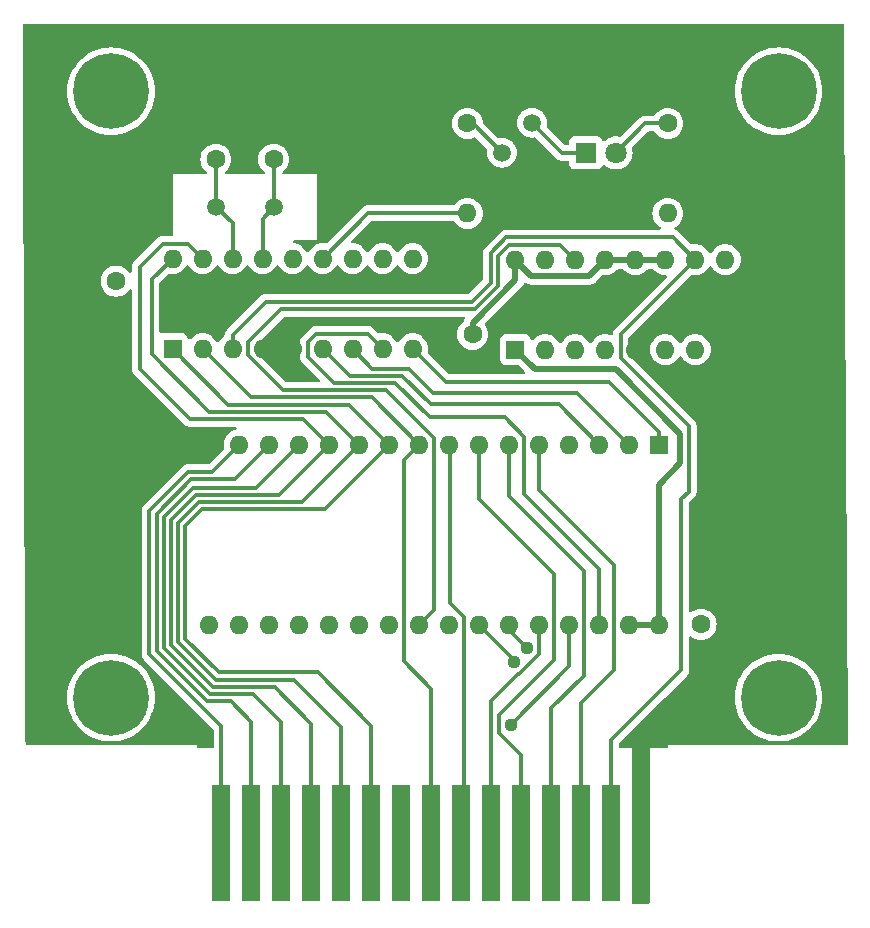
<source format=gbr>
%TF.GenerationSoftware,KiCad,Pcbnew,7.0.11-7.0.11~ubuntu22.04.1*%
%TF.CreationDate,2024-10-26T19:24:34-04:00*%
%TF.ProjectId,colecovision_multicart,636f6c65-636f-4766-9973-696f6e5f6d75,rev?*%
%TF.SameCoordinates,Original*%
%TF.FileFunction,Copper,L2,Bot*%
%TF.FilePolarity,Positive*%
%FSLAX46Y46*%
G04 Gerber Fmt 4.6, Leading zero omitted, Abs format (unit mm)*
G04 Created by KiCad (PCBNEW 7.0.11-7.0.11~ubuntu22.04.1) date 2024-10-26 19:24:34*
%MOMM*%
%LPD*%
G01*
G04 APERTURE LIST*
%TA.AperFunction,ComponentPad*%
%ADD10C,1.600000*%
%TD*%
%TA.AperFunction,ComponentPad*%
%ADD11C,6.400000*%
%TD*%
%TA.AperFunction,ComponentPad*%
%ADD12R,1.500000X1.500000*%
%TD*%
%TA.AperFunction,ComponentPad*%
%ADD13C,1.500000*%
%TD*%
%TA.AperFunction,ComponentPad*%
%ADD14O,1.600000X1.600000*%
%TD*%
%TA.AperFunction,ComponentPad*%
%ADD15R,1.600000X1.600000*%
%TD*%
%TA.AperFunction,ConnectorPad*%
%ADD16R,1.524000X9.906000*%
%TD*%
%TA.AperFunction,ComponentPad*%
%ADD17R,1.800000X1.800000*%
%TD*%
%TA.AperFunction,ComponentPad*%
%ADD18C,1.800000*%
%TD*%
%TA.AperFunction,ViaPad*%
%ADD19C,1.117600*%
%TD*%
%TA.AperFunction,Conductor*%
%ADD20C,0.508000*%
%TD*%
%TA.AperFunction,Conductor*%
%ADD21C,0.304800*%
%TD*%
G04 APERTURE END LIST*
D10*
%TO.P,C4,1*%
%TO.N,GNDD*%
X126629375Y-66967000D03*
%TO.P,C4,2*%
%TO.N,Net-(U3-CLKOUT{slash}OSC2{slash}RA6)*%
X124129375Y-66967000D03*
%TD*%
%TO.P,C1,1*%
%TO.N,+5V*%
X160324800Y-106335200D03*
%TO.P,C1,2*%
%TO.N,GNDD*%
X160324800Y-101335200D03*
%TD*%
%TO.P,C2,1*%
%TO.N,+5V*%
X110794800Y-77281400D03*
%TO.P,C2,2*%
%TO.N,GNDD*%
X110794800Y-82281400D03*
%TD*%
D11*
%TO.P,H2,1*%
%TO.N,N/C*%
X166878000Y-61214000D03*
%TD*%
D12*
%TO.P,Q1,1,E*%
%TO.N,GNDD*%
X146007200Y-68961000D03*
D13*
%TO.P,Q1,2,B*%
%TO.N,Net-(Q1-B)*%
X143467200Y-66421000D03*
%TO.P,Q1,3,C*%
%TO.N,Net-(D1-K)*%
X146007200Y-63881000D03*
%TD*%
D10*
%TO.P,R1,1*%
%TO.N,Net-(Q1-B)*%
X140538200Y-63931800D03*
D14*
%TO.P,R1,2*%
%TO.N,Net-(U3-RB7{slash}T1OSI{slash}PGD)*%
X140538200Y-71551800D03*
%TD*%
D10*
%TO.P,C5,1*%
%TO.N,Net-(U3-CLKIN{slash}OSC1{slash}RA7)*%
X119243375Y-66967000D03*
%TO.P,C5,2*%
%TO.N,GNDD*%
X116743375Y-66967000D03*
%TD*%
%TO.P,R2,1*%
%TO.N,Net-(D1-A)*%
X157505400Y-63931800D03*
D14*
%TO.P,R2,2*%
%TO.N,+5V*%
X157505400Y-71551800D03*
%TD*%
D15*
%TO.P,U2,1,A18*%
%TO.N,Net-(U2-A18)*%
X156768800Y-91135200D03*
D14*
%TO.P,U2,2,A16*%
%TO.N,Net-(U2-A16)*%
X154228800Y-91135200D03*
%TO.P,U2,3,A15*%
%TO.N,Net-(U2-A15)*%
X151688800Y-91135200D03*
%TO.P,U2,4,A12*%
%TO.N,/A12*%
X149148800Y-91135200D03*
%TO.P,U2,5,A7*%
%TO.N,/A7*%
X146608800Y-91135200D03*
%TO.P,U2,6,A6*%
%TO.N,/A6*%
X144068800Y-91135200D03*
%TO.P,U2,7,A5*%
%TO.N,/A5*%
X141528800Y-91135200D03*
%TO.P,U2,8,A4*%
%TO.N,/A4*%
X138988800Y-91135200D03*
%TO.P,U2,9,A3*%
%TO.N,/A3*%
X136448800Y-91135200D03*
%TO.P,U2,10,A2*%
%TO.N,/A2*%
X133908800Y-91135200D03*
%TO.P,U2,11,A1*%
%TO.N,/A1*%
X131368800Y-91135200D03*
%TO.P,U2,12,A0*%
%TO.N,/A0*%
X128828800Y-91135200D03*
%TO.P,U2,13,D0*%
%TO.N,/D0*%
X126288800Y-91135200D03*
%TO.P,U2,14,D1*%
%TO.N,/D1*%
X123748800Y-91135200D03*
%TO.P,U2,15,D2*%
%TO.N,/D2*%
X121208800Y-91135200D03*
%TO.P,U2,16,GND*%
%TO.N,GNDD*%
X118668800Y-91135200D03*
%TO.P,U2,17,D3*%
%TO.N,/D3*%
X118668800Y-106375200D03*
%TO.P,U2,18,D4*%
%TO.N,/D4*%
X121208800Y-106375200D03*
%TO.P,U2,19,D5*%
%TO.N,/D5*%
X123748800Y-106375200D03*
%TO.P,U2,20,D6*%
%TO.N,/D6*%
X126288800Y-106375200D03*
%TO.P,U2,21,D7*%
%TO.N,/D7*%
X128828800Y-106375200D03*
%TO.P,U2,22,CE*%
%TO.N,Net-(U1-GS)*%
X131368800Y-106375200D03*
%TO.P,U2,23,A10*%
%TO.N,/A10*%
X133908800Y-106375200D03*
%TO.P,U2,24,OE*%
%TO.N,Net-(U1-GS)*%
X136448800Y-106375200D03*
%TO.P,U2,25,A11*%
%TO.N,/A11*%
X138988800Y-106375200D03*
%TO.P,U2,26,A9*%
%TO.N,/A9*%
X141528800Y-106375200D03*
%TO.P,U2,27,A8*%
%TO.N,/A8*%
X144068800Y-106375200D03*
%TO.P,U2,28,A13*%
%TO.N,/A13*%
X146608800Y-106375200D03*
%TO.P,U2,29,A14*%
%TO.N,/A14*%
X149148800Y-106375200D03*
%TO.P,U2,30,A17*%
%TO.N,Net-(U2-A17)*%
X151688800Y-106375200D03*
%TO.P,U2,31,PGM*%
%TO.N,+5V*%
X154228800Y-106375200D03*
%TO.P,U2,32,VCC*%
X156768800Y-106375200D03*
%TD*%
D11*
%TO.P,H4,1*%
%TO.N,N/C*%
X166878000Y-112547400D03*
%TD*%
D10*
%TO.P,C3,1*%
%TO.N,+5V*%
X140970000Y-81783400D03*
%TO.P,C3,2*%
%TO.N,GNDD*%
X140970000Y-76783400D03*
%TD*%
D16*
%TO.P,J1,1,Pin_1*%
%TO.N,/D2*%
X119705000Y-124824000D03*
%TO.P,J1,3,Pin_3*%
%TO.N,/D1*%
X122245000Y-124824000D03*
%TO.P,J1,5,Pin_5*%
%TO.N,/D0*%
X124785000Y-124824000D03*
%TO.P,J1,7,Pin_7*%
%TO.N,/A0*%
X127325000Y-124824000D03*
%TO.P,J1,9,Pin_9*%
%TO.N,/A1*%
X129865000Y-124824000D03*
%TO.P,J1,11,Pin_11*%
%TO.N,/A2*%
X132405000Y-124824000D03*
%TO.P,J1,13,Pin_13*%
%TO.N,GND*%
X134945000Y-124824000D03*
%TO.P,J1,15,Pin_15*%
%TO.N,/A3*%
X137485000Y-124824000D03*
%TO.P,J1,17,Pin_17*%
%TO.N,/A4*%
X140025000Y-124824000D03*
%TO.P,J1,19,Pin_19*%
%TO.N,/A13*%
X142565000Y-124824000D03*
%TO.P,J1,21,Pin_21*%
%TO.N,/A5*%
X145105000Y-124824000D03*
%TO.P,J1,23,Pin_23*%
%TO.N,/A6*%
X147645000Y-124824000D03*
%TO.P,J1,25,Pin_25*%
%TO.N,/A7*%
X150185000Y-124824000D03*
%TO.P,J1,27,Pin_27*%
%TO.N,/~{CS_hE000}*%
X152725000Y-124824000D03*
%TO.P,J1,29,Pin_29*%
%TO.N,GNDD*%
X155265000Y-124824000D03*
%TD*%
D11*
%TO.P,H1,1*%
%TO.N,N/C*%
X110363000Y-61214000D03*
%TD*%
D17*
%TO.P,D1,1,K*%
%TO.N,Net-(D1-K)*%
X150566200Y-66421000D03*
D18*
%TO.P,D1,2,A*%
%TO.N,Net-(D1-A)*%
X153106200Y-66421000D03*
%TD*%
D11*
%TO.P,H3,1*%
%TO.N,N/C*%
X110363000Y-112547400D03*
%TD*%
D15*
%TO.P,U3,1,Vref/AN2/RA2*%
%TO.N,/A2*%
X115569975Y-82994400D03*
D14*
%TO.P,U3,2,CMP1/AN3/RA3*%
%TO.N,/A3*%
X118109975Y-82994400D03*
%TO.P,U3,3,TOCKI/CMP2/RA4*%
%TO.N,/~{CS_hE000}*%
X120649975Y-82994400D03*
%TO.P,U3,4,~{MCLR}/Vpp/RA5*%
%TO.N,GNDD*%
X123189975Y-82994400D03*
%TO.P,U3,5,VSS*%
X125729975Y-82994400D03*
%TO.P,U3,6,RB0/INT*%
%TO.N,Net-(U2-A15)*%
X128269975Y-82994400D03*
%TO.P,U3,7,RB1/RX/DT*%
%TO.N,Net-(U2-A16)*%
X130809975Y-82994400D03*
%TO.P,U3,8,RB2/TX/CK*%
%TO.N,Net-(U2-A17)*%
X133349975Y-82994400D03*
%TO.P,U3,9,RB3/CCP1*%
%TO.N,Net-(U2-A18)*%
X135889975Y-82994400D03*
%TO.P,U3,10,RB4/PGM*%
%TO.N,unconnected-(U3-RB4{slash}PGM-Pad10)*%
X135889975Y-75374400D03*
%TO.P,U3,11,RB5*%
%TO.N,unconnected-(U3-RB5-Pad11)*%
X133349975Y-75374400D03*
%TO.P,U3,12,RB6/T1OSC0/T1CKI/PGC*%
%TO.N,unconnected-(U3-RB6{slash}T1OSC0{slash}T1CKI{slash}PGC-Pad12)*%
X130809975Y-75374400D03*
%TO.P,U3,13,RB7/T1OSI/PGD*%
%TO.N,Net-(U3-RB7{slash}T1OSI{slash}PGD)*%
X128269975Y-75374400D03*
%TO.P,U3,14,VDD*%
%TO.N,+5V*%
X125729975Y-75374400D03*
%TO.P,U3,15,CLKOUT/OSC2/RA6*%
%TO.N,Net-(U3-CLKOUT{slash}OSC2{slash}RA6)*%
X123189975Y-75374400D03*
%TO.P,U3,16,CLKIN/OSC1/RA7*%
%TO.N,Net-(U3-CLKIN{slash}OSC1{slash}RA7)*%
X120649975Y-75374400D03*
%TO.P,U3,17,AN0/RA0*%
%TO.N,/A0*%
X118109975Y-75374400D03*
%TO.P,U3,18,AN1/RA1*%
%TO.N,/A1*%
X115569975Y-75374400D03*
%TD*%
D15*
%TO.P,U1,1,I4*%
%TO.N,+5V*%
X144602200Y-83083400D03*
D14*
%TO.P,U1,2,I5*%
%TO.N,/~{CS_hA000}*%
X147142200Y-83083400D03*
%TO.P,U1,3,I6*%
%TO.N,/~{CS_hC000}*%
X149682200Y-83083400D03*
%TO.P,U1,4,I7*%
%TO.N,/~{CS_h8000}*%
X152222200Y-83083400D03*
%TO.P,U1,5,EI*%
%TO.N,GNDD*%
X154762200Y-83083400D03*
%TO.P,U1,6,S2*%
%TO.N,unconnected-(U1-S2-Pad6)*%
X157302200Y-83083400D03*
%TO.P,U1,7,S1*%
%TO.N,unconnected-(U1-S1-Pad7)*%
X159842200Y-83083400D03*
%TO.P,U1,8,GND*%
%TO.N,GNDD*%
X162382200Y-83083400D03*
%TO.P,U1,9,S0*%
%TO.N,unconnected-(U1-S0-Pad9)*%
X162382200Y-75463400D03*
%TO.P,U1,10,IO*%
%TO.N,/~{CS_hE000}*%
X159842200Y-75463400D03*
%TO.P,U1,11,I1*%
%TO.N,+5V*%
X157302200Y-75463400D03*
%TO.P,U1,12,I2*%
X154762200Y-75463400D03*
%TO.P,U1,13,I3*%
X152222200Y-75463400D03*
%TO.P,U1,14,GS*%
%TO.N,Net-(U1-GS)*%
X149682200Y-75463400D03*
%TO.P,U1,15,EO*%
%TO.N,unconnected-(U1-EO-Pad15)*%
X147142200Y-75463400D03*
%TO.P,U1,16,VCC*%
%TO.N,+5V*%
X144602200Y-75463400D03*
%TD*%
D13*
%TO.P,Y1,1,1*%
%TO.N,Net-(U3-CLKOUT{slash}OSC2{slash}RA6)*%
X124163375Y-71031000D03*
%TO.P,Y1,2,2*%
%TO.N,Net-(U3-CLKIN{slash}OSC1{slash}RA7)*%
X119283375Y-71031000D03*
%TD*%
D19*
%TO.N,/A14*%
X144195800Y-114833400D03*
%TO.N,/A9*%
X144475200Y-109524800D03*
%TO.N,/A8*%
X145592800Y-108305600D03*
%TD*%
D20*
%TO.N,+5V*%
X158572200Y-90221000D02*
X153085600Y-84734400D01*
X146253200Y-84734400D02*
X144602200Y-83083400D01*
X152222200Y-75463400D02*
X150863400Y-76822200D01*
X140970000Y-81783400D02*
X140970000Y-80837988D01*
X158572200Y-92710000D02*
X158572200Y-90221000D01*
X156808800Y-106335200D02*
X156768800Y-106375200D01*
X153085600Y-84734400D02*
X146253200Y-84734400D01*
X144602200Y-77205788D02*
X144602200Y-75463400D01*
X145961000Y-76822200D02*
X144602200Y-75463400D01*
X150863400Y-76822200D02*
X145961000Y-76822200D01*
X154762200Y-75463400D02*
X157302200Y-75463400D01*
X156768800Y-106375200D02*
X156768800Y-94513400D01*
X156768800Y-106375200D02*
X154228800Y-106375200D01*
X156768800Y-94513400D02*
X158572200Y-92710000D01*
X140970000Y-80837988D02*
X144602200Y-77205788D01*
X160284800Y-106375200D02*
X160324800Y-106335200D01*
X152222200Y-75463400D02*
X154762200Y-75463400D01*
D21*
%TO.N,/D2*%
X116890800Y-93446600D02*
X118897400Y-93446600D01*
X119705000Y-124824000D02*
X119705000Y-114955200D01*
X119705000Y-114955200D02*
X113614200Y-108864399D01*
X118897400Y-93446600D02*
X121208800Y-91135200D01*
X113614200Y-96723199D02*
X116890800Y-93446600D01*
X113614200Y-108864399D02*
X113614200Y-96723199D01*
%TO.N,/D1*%
X114223800Y-108611895D02*
X114223800Y-96975703D01*
X120523000Y-112852200D02*
X118464104Y-112852200D01*
X120827800Y-94056200D02*
X123748800Y-91135200D01*
X122245000Y-124824000D02*
X122245000Y-114574200D01*
X122245000Y-114574200D02*
X120523000Y-112852200D01*
X117143304Y-94056200D02*
X120827800Y-94056200D01*
X118464104Y-112852200D02*
X114223800Y-108611895D01*
X114223800Y-96975703D02*
X117143304Y-94056200D01*
%TO.N,/D0*%
X122402600Y-112242600D02*
X118716609Y-112242600D01*
X124785000Y-124824000D02*
X124785000Y-114625000D01*
X124785000Y-114625000D02*
X122402600Y-112242600D01*
X117294208Y-94767400D02*
X122656600Y-94767400D01*
X122656600Y-94767400D02*
X126288800Y-91135200D01*
X114833400Y-108359391D02*
X114833400Y-97228207D01*
X114833400Y-97228207D02*
X117294208Y-94767400D01*
X118716609Y-112242600D02*
X114833400Y-108359391D01*
%TO.N,/A0*%
X124206000Y-111633000D02*
X118969111Y-111633000D01*
X128828800Y-91135200D02*
X126644400Y-88950800D01*
X115443000Y-97480711D02*
X117546712Y-95377000D01*
X112776000Y-84683600D02*
X112776000Y-76073000D01*
X117546712Y-95377000D02*
X124587000Y-95377000D01*
X124587000Y-95377000D02*
X128828800Y-91135200D01*
X118969111Y-111633000D02*
X115443000Y-108106887D01*
X112776000Y-76073000D02*
X114731800Y-74117200D01*
X117043200Y-88950800D02*
X112776000Y-84683600D01*
X115443000Y-108106887D02*
X115443000Y-97480711D01*
X114731800Y-74117200D02*
X116852775Y-74117200D01*
X126644400Y-88950800D02*
X117043200Y-88950800D01*
X127325000Y-114752000D02*
X124206000Y-111633000D01*
X127325000Y-124824000D02*
X127325000Y-114752000D01*
X116852775Y-74117200D02*
X118109975Y-75374400D01*
%TO.N,/A1*%
X117799216Y-95986600D02*
X126517400Y-95986600D01*
X119221616Y-111023400D02*
X116052600Y-107854383D01*
X116052600Y-97733216D02*
X117799216Y-95986600D01*
X129865000Y-124824000D02*
X129865000Y-115006000D01*
X116052600Y-107854383D02*
X116052600Y-97733216D01*
X126517400Y-95986600D02*
X131368800Y-91135200D01*
X131368800Y-91135200D02*
X128574800Y-88341200D01*
X129865000Y-115006000D02*
X125882400Y-111023400D01*
X118668800Y-88341200D02*
X113804575Y-83476975D01*
X113804575Y-83476975D02*
X113804575Y-77139800D01*
X125882400Y-111023400D02*
X119221616Y-111023400D01*
X128574800Y-88341200D02*
X118668800Y-88341200D01*
X113804575Y-77139800D02*
X115569975Y-75374400D01*
%TO.N,/A2*%
X119474121Y-110413800D02*
X116662200Y-107601879D01*
X132405000Y-124824000D02*
X132405000Y-114955200D01*
X132405000Y-114955200D02*
X127863600Y-110413800D01*
X128447800Y-96596200D02*
X133908800Y-91135200D01*
X120307175Y-87731600D02*
X115569975Y-82994400D01*
X127863600Y-110413800D02*
X119474121Y-110413800D01*
X133908800Y-91135200D02*
X130505200Y-87731600D01*
X116662200Y-107601879D02*
X116662200Y-97985720D01*
X130505200Y-87731600D02*
X120307175Y-87731600D01*
X118051720Y-96596200D02*
X128447800Y-96596200D01*
X116662200Y-97985720D02*
X118051720Y-96596200D01*
%TO.N,/A3*%
X122237575Y-87122000D02*
X118109975Y-82994400D01*
X137485000Y-111791159D02*
X135178800Y-109484959D01*
X135178800Y-92405200D02*
X136448800Y-91135200D01*
X132435600Y-87122000D02*
X122237575Y-87122000D01*
X137485000Y-124824000D02*
X137485000Y-111791159D01*
X135178800Y-109484959D02*
X135178800Y-92405200D01*
X136448800Y-91135200D02*
X132435600Y-87122000D01*
%TO.N,/A4*%
X139065000Y-91211400D02*
X138988800Y-91135200D01*
X139065000Y-104521050D02*
X139065000Y-91211400D01*
X140025000Y-124824000D02*
X140258800Y-124590200D01*
X140258800Y-124590200D02*
X140258800Y-105714850D01*
X140258800Y-105714850D02*
X139065000Y-104521050D01*
%TO.N,/A13*%
X146608800Y-108828041D02*
X146608800Y-106375200D01*
X144856200Y-110540800D02*
X144896041Y-110540800D01*
X144896041Y-110540800D02*
X146608800Y-108828041D01*
X142565000Y-124824000D02*
X142565000Y-112832000D01*
X142565000Y-112832000D02*
X144856200Y-110540800D01*
%TO.N,/A14*%
X149148800Y-109880400D02*
X149148800Y-106375200D01*
X144195800Y-114833400D02*
X149148800Y-109880400D01*
%TO.N,/A5*%
X147866000Y-109359800D02*
X147866000Y-102069800D01*
X143174600Y-114051200D02*
X147866000Y-109359800D01*
X145105000Y-117444400D02*
X143174600Y-115514000D01*
X145105000Y-124824000D02*
X145105000Y-117444400D01*
X141528800Y-95732600D02*
X141528800Y-91135200D01*
X147866000Y-102069800D02*
X141528800Y-95732600D01*
X143174600Y-115514000D02*
X143174600Y-114051200D01*
%TO.N,/A6*%
X150431600Y-110680400D02*
X150431600Y-101866800D01*
X147645000Y-113467000D02*
X150431600Y-110680400D01*
X150431600Y-101866800D02*
X144068800Y-95504000D01*
X144068800Y-95504000D02*
X144068800Y-91135200D01*
X147645000Y-124824000D02*
X147645000Y-113467000D01*
%TO.N,/A7*%
X150185000Y-124824000D02*
X150185000Y-113009800D01*
X152971600Y-110223200D02*
X152971600Y-101308000D01*
X150185000Y-113009800D02*
X152971600Y-110223200D01*
X146608800Y-94945200D02*
X146608800Y-91135200D01*
X152971600Y-101308000D02*
X146608800Y-94945200D01*
%TO.N,/A9*%
X144475200Y-109321600D02*
X141528800Y-106375200D01*
X144475200Y-109524800D02*
X144475200Y-109321600D01*
%TO.N,/~{CS_hE000}*%
X158648400Y-95732600D02*
X159283400Y-95097600D01*
X142494000Y-74931546D02*
X142494000Y-77446096D01*
X159283400Y-95097600D02*
X159283400Y-89535000D01*
X153505000Y-83756600D02*
X153505000Y-81800600D01*
X153505000Y-81800600D02*
X159842200Y-75463400D01*
X159842200Y-75463400D02*
X157962600Y-73583800D01*
X140920696Y-79019400D02*
X123493605Y-79019400D01*
X157962600Y-73583800D02*
X143841745Y-73583800D01*
X158648400Y-110210600D02*
X158648400Y-95732600D01*
X152725000Y-124824000D02*
X152725000Y-116134000D01*
X152725000Y-116134000D02*
X158648400Y-110210600D01*
X120649975Y-81863030D02*
X120649975Y-82994400D01*
X143841745Y-73583800D02*
X142494000Y-74931546D01*
X142494000Y-77446096D02*
X140920696Y-79019400D01*
X123493605Y-79019400D02*
X120649975Y-81863030D01*
X159283400Y-89535000D02*
X153505000Y-83756600D01*
%TO.N,/A8*%
X145592800Y-108305600D02*
X144068800Y-106781600D01*
X144068800Y-106781600D02*
X144068800Y-106375200D01*
%TO.N,Net-(U3-RB7{slash}T1OSI{slash}PGD)*%
X128269975Y-75374400D02*
X132117975Y-71526400D01*
X132117975Y-71526400D02*
X140538200Y-71526400D01*
%TO.N,Net-(U3-CLKOUT{slash}OSC2{slash}RA6)*%
X123189975Y-72004400D02*
X124163375Y-71031000D01*
X123189975Y-75374400D02*
X123189975Y-72004400D01*
X124163375Y-71031000D02*
X124163375Y-67001000D01*
X124163375Y-67001000D02*
X124129375Y-66967000D01*
%TO.N,Net-(U3-CLKIN{slash}OSC1{slash}RA7)*%
X119283375Y-67007000D02*
X119243375Y-66967000D01*
X119283375Y-71031000D02*
X120649975Y-72397600D01*
X120649975Y-72397600D02*
X120649975Y-75374400D01*
X119283375Y-71031000D02*
X119283375Y-67007000D01*
%TO.N,Net-(U2-A18)*%
X138696775Y-85801200D02*
X135889975Y-82994400D01*
X152539600Y-85801200D02*
X138696775Y-85801200D01*
X156768800Y-90030400D02*
X152539600Y-85801200D01*
X156768800Y-91135200D02*
X156768800Y-90030400D01*
%TO.N,Net-(U2-A16)*%
X149809200Y-86715600D02*
X137617200Y-86715600D01*
X154228800Y-91135200D02*
X149809200Y-86715600D01*
X130809975Y-83007175D02*
X130809975Y-82994400D01*
X135585200Y-84683600D02*
X132486400Y-84683600D01*
X137617200Y-86715600D02*
X135585200Y-84683600D01*
X132486400Y-84683600D02*
X130809975Y-83007175D01*
X130822575Y-83007000D02*
X130809975Y-82994400D01*
%TO.N,Net-(U2-A15)*%
X135001000Y-85293200D02*
X130568775Y-85293200D01*
X137414000Y-87706200D02*
X135001000Y-85293200D01*
X151688800Y-91135200D02*
X148259800Y-87706200D01*
X130568775Y-85293200D02*
X128269975Y-82994400D01*
X148259800Y-87706200D02*
X137414000Y-87706200D01*
%TO.N,Net-(U2-A17)*%
X145351600Y-90462200D02*
X143713200Y-88823800D01*
X137363200Y-88823800D02*
X134442200Y-85902800D01*
X151688800Y-106375200D02*
X151688800Y-101625400D01*
X143713200Y-88823800D02*
X137363200Y-88823800D01*
X129235200Y-85902800D02*
X127012775Y-83680375D01*
X133304175Y-83040200D02*
X133349975Y-82994400D01*
X132092775Y-81737200D02*
X133349975Y-82994400D01*
X127749225Y-81737200D02*
X132092775Y-81737200D01*
X151688800Y-101625400D02*
X145351600Y-95288200D01*
X127012775Y-82473650D02*
X127749225Y-81737200D01*
X127012775Y-83680375D02*
X127012775Y-82473650D01*
X134442200Y-85902800D02*
X129235200Y-85902800D01*
X145351600Y-95288200D02*
X145351600Y-90462200D01*
%TO.N,Net-(D1-K)*%
X148547200Y-66421000D02*
X146007200Y-63881000D01*
X150566200Y-66421000D02*
X148547200Y-66421000D01*
%TO.N,Net-(U1-GS)*%
X133629400Y-86512400D02*
X124930025Y-86512400D01*
X124764800Y-79629000D02*
X141173200Y-79629000D01*
X137706000Y-90589000D02*
X133629400Y-86512400D01*
X137706000Y-105118000D02*
X137706000Y-90589000D01*
X143103600Y-75184050D02*
X144094250Y-74193400D01*
X121932775Y-83515150D02*
X121932775Y-82461025D01*
X143103600Y-77698600D02*
X143103600Y-75184050D01*
X136448800Y-106375200D02*
X137706000Y-105118000D01*
X148412200Y-74193400D02*
X149682200Y-75463400D01*
X121932775Y-82461025D02*
X124764800Y-79629000D01*
X124930025Y-86512400D02*
X121932775Y-83515150D01*
X141173200Y-79629000D02*
X143103600Y-77698600D01*
X144094250Y-74193400D02*
X148412200Y-74193400D01*
%TO.N,Net-(D1-A)*%
X157505400Y-63931800D02*
X155595400Y-63931800D01*
X155595400Y-63931800D02*
X153106200Y-66421000D01*
%TO.N,Net-(Q1-B)*%
X140978000Y-63931800D02*
X140538200Y-63931800D01*
X143467200Y-66421000D02*
X140978000Y-63931800D01*
%TD*%
%TA.AperFunction,Conductor*%
%TO.N,GNDD*%
G36*
X172392976Y-55519002D02*
G01*
X172439469Y-55572658D01*
X172450853Y-55624443D01*
X172547286Y-77466361D01*
X172719441Y-116459444D01*
X172699740Y-116527652D01*
X172646290Y-116574381D01*
X172593442Y-116586000D01*
X157480000Y-116586000D01*
X157480000Y-116714000D01*
X157459998Y-116782121D01*
X157406342Y-116828614D01*
X157354000Y-116840000D01*
X155956000Y-116840000D01*
X155956000Y-129904500D01*
X155935998Y-129972621D01*
X155882342Y-130019114D01*
X155830000Y-130030500D01*
X154558000Y-130030500D01*
X154489879Y-130010498D01*
X154443386Y-129956842D01*
X154432000Y-129904500D01*
X154432000Y-116840000D01*
X153511900Y-116840000D01*
X153443779Y-116819998D01*
X153397286Y-116766342D01*
X153385900Y-116714000D01*
X153385900Y-116459943D01*
X153405902Y-116391822D01*
X153422805Y-116370848D01*
X156260551Y-113533102D01*
X157246247Y-112547406D01*
X163164411Y-112547406D01*
X163184752Y-112935567D01*
X163245561Y-113319497D01*
X163346168Y-113694968D01*
X163485463Y-114057843D01*
X163485467Y-114057851D01*
X163661938Y-114404195D01*
X163873637Y-114730185D01*
X163873649Y-114730202D01*
X164118253Y-115032262D01*
X164118267Y-115032277D01*
X164393122Y-115307132D01*
X164393137Y-115307146D01*
X164695197Y-115551750D01*
X164695214Y-115551762D01*
X164756786Y-115591747D01*
X165021205Y-115763462D01*
X165367547Y-115939932D01*
X165367551Y-115939933D01*
X165367556Y-115939936D01*
X165730431Y-116079231D01*
X165730436Y-116079232D01*
X165730438Y-116079233D01*
X166105901Y-116179838D01*
X166489824Y-116240646D01*
X166489826Y-116240646D01*
X166489832Y-116240647D01*
X166877994Y-116260989D01*
X166878000Y-116260989D01*
X166878006Y-116260989D01*
X167266167Y-116240647D01*
X167266171Y-116240646D01*
X167266176Y-116240646D01*
X167650099Y-116179838D01*
X168025562Y-116079233D01*
X168025565Y-116079231D01*
X168025568Y-116079231D01*
X168388443Y-115939936D01*
X168388444Y-115939935D01*
X168388453Y-115939932D01*
X168734795Y-115763462D01*
X169060793Y-115551757D01*
X169332240Y-115331943D01*
X169362862Y-115307146D01*
X169362867Y-115307140D01*
X169362876Y-115307134D01*
X169637734Y-115032276D01*
X169637740Y-115032267D01*
X169637746Y-115032262D01*
X169882350Y-114730202D01*
X169882351Y-114730199D01*
X169882357Y-114730193D01*
X170094062Y-114404195D01*
X170270532Y-114057853D01*
X170372222Y-113792943D01*
X170409831Y-113694968D01*
X170409833Y-113694962D01*
X170510438Y-113319499D01*
X170571246Y-112935576D01*
X170571246Y-112935571D01*
X170571247Y-112935567D01*
X170591589Y-112547406D01*
X170591589Y-112547393D01*
X170571247Y-112159232D01*
X170515509Y-111807321D01*
X170510438Y-111775301D01*
X170409833Y-111399838D01*
X170409832Y-111399836D01*
X170409831Y-111399831D01*
X170270536Y-111036956D01*
X170270532Y-111036948D01*
X170270532Y-111036947D01*
X170094062Y-110690606D01*
X169882357Y-110364607D01*
X169882354Y-110364603D01*
X169882352Y-110364600D01*
X169637746Y-110062537D01*
X169637732Y-110062522D01*
X169362877Y-109787667D01*
X169362862Y-109787653D01*
X169060802Y-109543049D01*
X169060785Y-109543037D01*
X168734795Y-109331338D01*
X168431634Y-109176870D01*
X168388453Y-109154868D01*
X168388452Y-109154867D01*
X168388451Y-109154867D01*
X168388443Y-109154863D01*
X168025568Y-109015568D01*
X167650097Y-108914961D01*
X167266167Y-108854152D01*
X166878006Y-108833811D01*
X166877994Y-108833811D01*
X166489832Y-108854152D01*
X166105902Y-108914961D01*
X165730431Y-109015568D01*
X165367556Y-109154863D01*
X165367548Y-109154867D01*
X165021205Y-109331338D01*
X164695203Y-109543045D01*
X164695200Y-109543047D01*
X164393137Y-109787653D01*
X164393122Y-109787667D01*
X164118267Y-110062522D01*
X164118253Y-110062537D01*
X163873647Y-110364600D01*
X163873645Y-110364603D01*
X163661938Y-110690605D01*
X163485467Y-111036948D01*
X163485463Y-111036956D01*
X163346168Y-111399831D01*
X163245561Y-111775302D01*
X163184752Y-112159232D01*
X163164411Y-112547393D01*
X163164411Y-112547406D01*
X157246247Y-112547406D01*
X159098920Y-110694732D01*
X159104447Y-110689530D01*
X159146724Y-110652077D01*
X159178810Y-110605590D01*
X159183305Y-110599481D01*
X159218140Y-110555019D01*
X159221724Y-110547053D01*
X159232929Y-110527185D01*
X159237896Y-110519991D01*
X159257934Y-110467152D01*
X159260830Y-110460164D01*
X159284009Y-110408664D01*
X159285585Y-110400059D01*
X159291708Y-110378097D01*
X159294808Y-110369925D01*
X159301616Y-110313850D01*
X159302752Y-110306382D01*
X159312940Y-110250797D01*
X159309530Y-110194425D01*
X159309300Y-110186817D01*
X159309300Y-107463566D01*
X159329302Y-107395445D01*
X159382958Y-107348952D01*
X159453232Y-107338848D01*
X159507569Y-107360352D01*
X159668051Y-107472723D01*
X159875557Y-107569484D01*
X160096713Y-107628743D01*
X160324800Y-107648698D01*
X160552887Y-107628743D01*
X160774043Y-107569484D01*
X160981549Y-107472723D01*
X161169100Y-107341398D01*
X161330998Y-107179500D01*
X161462323Y-106991949D01*
X161559084Y-106784443D01*
X161618343Y-106563287D01*
X161638298Y-106335200D01*
X161618343Y-106107113D01*
X161559084Y-105885957D01*
X161462323Y-105678451D01*
X161330998Y-105490900D01*
X161169100Y-105329002D01*
X161149744Y-105315449D01*
X160981549Y-105197677D01*
X160774046Y-105100917D01*
X160774040Y-105100915D01*
X160613353Y-105057859D01*
X160552887Y-105041657D01*
X160324800Y-105021702D01*
X160096713Y-105041657D01*
X159875559Y-105100915D01*
X159875553Y-105100917D01*
X159668050Y-105197677D01*
X159507571Y-105310046D01*
X159440297Y-105332734D01*
X159371436Y-105315449D01*
X159322852Y-105263679D01*
X159309300Y-105206833D01*
X159309300Y-96058543D01*
X159329302Y-95990422D01*
X159346199Y-95969453D01*
X159733943Y-95581709D01*
X159739435Y-95576540D01*
X159781724Y-95539077D01*
X159813810Y-95492590D01*
X159818305Y-95486481D01*
X159853140Y-95442019D01*
X159856724Y-95434053D01*
X159867929Y-95414185D01*
X159872896Y-95406991D01*
X159892934Y-95354152D01*
X159895830Y-95347164D01*
X159919009Y-95295664D01*
X159920585Y-95287059D01*
X159926708Y-95265097D01*
X159929808Y-95256925D01*
X159936616Y-95200850D01*
X159937752Y-95193382D01*
X159947940Y-95137797D01*
X159944530Y-95081425D01*
X159944300Y-95073817D01*
X159944300Y-89558781D01*
X159944530Y-89551173D01*
X159946166Y-89524124D01*
X159947940Y-89494803D01*
X159937751Y-89439211D01*
X159936616Y-89431752D01*
X159929808Y-89375675D01*
X159926706Y-89367498D01*
X159920585Y-89345538D01*
X159919009Y-89336936D01*
X159895829Y-89285432D01*
X159892921Y-89278410D01*
X159872897Y-89225611D01*
X159872895Y-89225607D01*
X159867928Y-89218410D01*
X159856728Y-89198552D01*
X159853140Y-89190581D01*
X159818319Y-89146135D01*
X159813808Y-89140005D01*
X159781725Y-89093525D01*
X159781724Y-89093523D01*
X159739446Y-89056068D01*
X159733905Y-89050851D01*
X154202805Y-83519751D01*
X154168779Y-83457439D01*
X154165900Y-83430656D01*
X154165900Y-83083400D01*
X155988702Y-83083400D01*
X156008657Y-83311486D01*
X156067915Y-83532640D01*
X156067917Y-83532646D01*
X156164677Y-83740149D01*
X156270796Y-83891703D01*
X156296002Y-83927700D01*
X156457900Y-84089598D01*
X156645451Y-84220923D01*
X156852957Y-84317684D01*
X157074113Y-84376943D01*
X157302200Y-84396898D01*
X157530287Y-84376943D01*
X157751443Y-84317684D01*
X157958949Y-84220923D01*
X158146500Y-84089598D01*
X158308398Y-83927700D01*
X158439723Y-83740149D01*
X158458005Y-83700943D01*
X158504921Y-83647658D01*
X158573198Y-83628196D01*
X158641158Y-83648737D01*
X158686395Y-83700943D01*
X158704676Y-83740147D01*
X158810796Y-83891703D01*
X158836002Y-83927700D01*
X158997900Y-84089598D01*
X159185451Y-84220923D01*
X159392957Y-84317684D01*
X159614113Y-84376943D01*
X159842200Y-84396898D01*
X160070287Y-84376943D01*
X160291443Y-84317684D01*
X160498949Y-84220923D01*
X160686500Y-84089598D01*
X160848398Y-83927700D01*
X160979723Y-83740149D01*
X161076484Y-83532643D01*
X161135743Y-83311487D01*
X161155698Y-83083400D01*
X161135743Y-82855313D01*
X161076484Y-82634157D01*
X160979723Y-82426651D01*
X160848398Y-82239100D01*
X160686500Y-82077202D01*
X160498949Y-81945877D01*
X160291446Y-81849117D01*
X160291440Y-81849115D01*
X160172690Y-81817296D01*
X160070287Y-81789857D01*
X159842200Y-81769902D01*
X159614113Y-81789857D01*
X159392959Y-81849115D01*
X159392953Y-81849117D01*
X159185450Y-81945877D01*
X158997903Y-82077199D01*
X158997897Y-82077204D01*
X158836004Y-82239097D01*
X158835999Y-82239103D01*
X158704677Y-82426650D01*
X158686395Y-82465857D01*
X158639478Y-82519142D01*
X158571201Y-82538603D01*
X158503241Y-82518061D01*
X158458005Y-82465857D01*
X158456094Y-82461759D01*
X158439723Y-82426651D01*
X158308398Y-82239100D01*
X158146500Y-82077202D01*
X157958949Y-81945877D01*
X157751446Y-81849117D01*
X157751440Y-81849115D01*
X157632690Y-81817296D01*
X157530287Y-81789857D01*
X157302200Y-81769902D01*
X157074113Y-81789857D01*
X156852959Y-81849115D01*
X156852953Y-81849117D01*
X156645450Y-81945877D01*
X156457903Y-82077199D01*
X156457897Y-82077204D01*
X156296004Y-82239097D01*
X156295999Y-82239103D01*
X156164677Y-82426650D01*
X156067917Y-82634153D01*
X156067915Y-82634159D01*
X156008657Y-82855313D01*
X155988702Y-83083400D01*
X154165900Y-83083400D01*
X154165900Y-82126542D01*
X154185902Y-82058421D01*
X154202800Y-82037452D01*
X159459514Y-76780737D01*
X159521824Y-76746713D01*
X159581215Y-76748127D01*
X159614113Y-76756943D01*
X159842200Y-76776898D01*
X160070287Y-76756943D01*
X160291443Y-76697684D01*
X160498949Y-76600923D01*
X160686500Y-76469598D01*
X160848398Y-76307700D01*
X160979723Y-76120149D01*
X160998005Y-76080943D01*
X161044921Y-76027658D01*
X161113198Y-76008196D01*
X161181158Y-76028737D01*
X161226395Y-76080943D01*
X161244676Y-76120147D01*
X161353246Y-76275202D01*
X161376002Y-76307700D01*
X161537900Y-76469598D01*
X161725451Y-76600923D01*
X161932957Y-76697684D01*
X162154113Y-76756943D01*
X162382200Y-76776898D01*
X162610287Y-76756943D01*
X162831443Y-76697684D01*
X163038949Y-76600923D01*
X163226500Y-76469598D01*
X163388398Y-76307700D01*
X163519723Y-76120149D01*
X163616484Y-75912643D01*
X163675743Y-75691487D01*
X163695698Y-75463400D01*
X163675743Y-75235313D01*
X163616484Y-75014157D01*
X163519723Y-74806651D01*
X163388398Y-74619100D01*
X163226500Y-74457202D01*
X163219946Y-74452613D01*
X163038949Y-74325877D01*
X162831446Y-74229117D01*
X162831440Y-74229115D01*
X162713444Y-74197498D01*
X162610287Y-74169857D01*
X162382200Y-74149902D01*
X162154113Y-74169857D01*
X161932959Y-74229115D01*
X161932953Y-74229117D01*
X161725450Y-74325877D01*
X161537903Y-74457199D01*
X161537897Y-74457204D01*
X161376004Y-74619097D01*
X161375999Y-74619103D01*
X161244677Y-74806650D01*
X161226395Y-74845857D01*
X161179478Y-74899142D01*
X161111201Y-74918603D01*
X161043241Y-74898061D01*
X160998005Y-74845857D01*
X160991566Y-74832049D01*
X160979723Y-74806651D01*
X160848398Y-74619100D01*
X160686500Y-74457202D01*
X160679946Y-74452613D01*
X160498949Y-74325877D01*
X160291446Y-74229117D01*
X160291440Y-74229115D01*
X160173444Y-74197498D01*
X160070287Y-74169857D01*
X159842200Y-74149902D01*
X159614109Y-74169857D01*
X159581215Y-74178671D01*
X159510239Y-74176979D01*
X159459512Y-74146058D01*
X158446756Y-73133303D01*
X158441538Y-73127761D01*
X158441345Y-73127543D01*
X158404077Y-73085476D01*
X158357573Y-73053376D01*
X158351457Y-73048875D01*
X158307020Y-73014061D01*
X158299046Y-73010472D01*
X158279187Y-72999271D01*
X158271992Y-72994305D01*
X158271991Y-72994304D01*
X158271989Y-72994303D01*
X158219190Y-72974278D01*
X158212162Y-72971367D01*
X158160669Y-72948193D01*
X158160661Y-72948190D01*
X158155196Y-72947189D01*
X158152060Y-72946614D01*
X158129789Y-72940374D01*
X158129530Y-72940275D01*
X158073041Y-72897269D01*
X158048770Y-72830550D01*
X158064423Y-72761301D01*
X158115031Y-72711507D01*
X158121238Y-72708399D01*
X158162149Y-72689323D01*
X158349700Y-72557998D01*
X158511598Y-72396100D01*
X158642923Y-72208549D01*
X158739684Y-72001043D01*
X158798943Y-71779887D01*
X158818898Y-71551800D01*
X158798943Y-71323713D01*
X158739684Y-71102557D01*
X158642923Y-70895051D01*
X158511598Y-70707500D01*
X158349700Y-70545602D01*
X158162149Y-70414277D01*
X157954646Y-70317517D01*
X157954640Y-70317515D01*
X157861171Y-70292470D01*
X157733487Y-70258257D01*
X157505400Y-70238302D01*
X157277313Y-70258257D01*
X157056159Y-70317515D01*
X157056153Y-70317517D01*
X156848650Y-70414277D01*
X156661103Y-70545599D01*
X156661097Y-70545604D01*
X156499204Y-70707497D01*
X156499199Y-70707503D01*
X156367877Y-70895050D01*
X156271117Y-71102553D01*
X156271116Y-71102557D01*
X156211857Y-71323713D01*
X156191902Y-71551800D01*
X156211857Y-71779887D01*
X156271116Y-72001043D01*
X156367877Y-72208549D01*
X156499202Y-72396100D01*
X156661100Y-72557998D01*
X156661103Y-72558000D01*
X156853158Y-72692479D01*
X156852016Y-72694109D01*
X156894976Y-72739171D01*
X156908408Y-72808885D01*
X156882017Y-72874795D01*
X156824182Y-72915973D01*
X156782979Y-72922900D01*
X143865527Y-72922900D01*
X143857919Y-72922670D01*
X143855403Y-72922517D01*
X143801548Y-72919260D01*
X143801547Y-72919260D01*
X143801545Y-72919260D01*
X143801544Y-72919260D01*
X143745990Y-72929440D01*
X143738469Y-72930585D01*
X143682421Y-72937391D01*
X143674238Y-72940494D01*
X143652288Y-72946613D01*
X143643678Y-72948191D01*
X143592191Y-72971363D01*
X143585165Y-72974273D01*
X143532357Y-72994302D01*
X143532352Y-72994305D01*
X143525151Y-72999275D01*
X143505301Y-73010470D01*
X143497329Y-73014058D01*
X143497325Y-73014060D01*
X143497325Y-73014061D01*
X143452888Y-73048875D01*
X143452880Y-73048881D01*
X143446753Y-73053389D01*
X143400266Y-73085477D01*
X143362805Y-73127761D01*
X143357589Y-73133301D01*
X142043492Y-74447398D01*
X142037953Y-74452613D01*
X141995676Y-74490068D01*
X141995668Y-74490078D01*
X141963584Y-74536558D01*
X141959079Y-74542682D01*
X141924261Y-74587127D01*
X141924260Y-74587128D01*
X141924260Y-74587129D01*
X141924257Y-74587133D01*
X141920671Y-74595101D01*
X141909475Y-74614952D01*
X141904504Y-74622154D01*
X141904503Y-74622154D01*
X141884479Y-74674953D01*
X141881568Y-74681981D01*
X141858391Y-74733479D01*
X141856813Y-74742089D01*
X141850694Y-74764039D01*
X141847591Y-74772222D01*
X141840785Y-74828270D01*
X141839640Y-74835791D01*
X141829460Y-74891345D01*
X141829460Y-74891346D01*
X141829460Y-74891348D01*
X141829460Y-74891349D01*
X141831109Y-74918603D01*
X141832870Y-74947719D01*
X141833100Y-74955327D01*
X141833100Y-77120152D01*
X141813098Y-77188273D01*
X141796195Y-77209247D01*
X140683848Y-78321595D01*
X140621536Y-78355620D01*
X140594753Y-78358500D01*
X123517387Y-78358500D01*
X123509779Y-78358270D01*
X123507263Y-78358117D01*
X123453408Y-78354860D01*
X123453407Y-78354860D01*
X123453405Y-78354860D01*
X123453404Y-78354860D01*
X123397850Y-78365040D01*
X123390329Y-78366185D01*
X123334281Y-78372991D01*
X123326098Y-78376094D01*
X123304148Y-78382213D01*
X123295538Y-78383791D01*
X123244051Y-78406963D01*
X123237025Y-78409873D01*
X123184217Y-78429902D01*
X123184212Y-78429905D01*
X123177011Y-78434875D01*
X123157161Y-78446070D01*
X123149189Y-78449658D01*
X123104740Y-78484481D01*
X123098613Y-78488989D01*
X123052126Y-78521077D01*
X123014665Y-78563361D01*
X123009449Y-78568901D01*
X120199476Y-81378874D01*
X120193936Y-81384090D01*
X120151652Y-81421551D01*
X120119564Y-81468038D01*
X120115061Y-81474157D01*
X120080236Y-81518610D01*
X120080233Y-81518614D01*
X120076645Y-81526586D01*
X120065450Y-81546436D01*
X120060480Y-81553637D01*
X120060477Y-81553642D01*
X120040448Y-81606450D01*
X120037538Y-81613476D01*
X120014366Y-81664963D01*
X120012788Y-81673573D01*
X120006669Y-81695523D01*
X120003566Y-81703706D01*
X119996760Y-81759754D01*
X119995615Y-81767276D01*
X119986449Y-81817296D01*
X119954496Y-81880696D01*
X119934784Y-81897798D01*
X119805675Y-81988201D01*
X119643774Y-82150103D01*
X119512452Y-82337650D01*
X119494170Y-82376857D01*
X119447253Y-82430142D01*
X119378976Y-82449603D01*
X119311016Y-82429061D01*
X119265780Y-82376857D01*
X119262757Y-82370374D01*
X119247498Y-82337651D01*
X119116173Y-82150100D01*
X118954275Y-81988202D01*
X118933795Y-81973862D01*
X118766724Y-81856877D01*
X118559221Y-81760117D01*
X118559215Y-81760115D01*
X118465746Y-81735070D01*
X118338062Y-81700857D01*
X118109975Y-81680902D01*
X117881888Y-81700857D01*
X117660734Y-81760115D01*
X117660728Y-81760117D01*
X117453225Y-81856877D01*
X117265678Y-81988199D01*
X117265672Y-81988204D01*
X117103779Y-82150097D01*
X117103770Y-82150108D01*
X117101458Y-82153410D01*
X117045996Y-82197733D01*
X116975376Y-82205035D01*
X116912019Y-82172998D01*
X116876040Y-82111793D01*
X116872974Y-82094598D01*
X116871964Y-82085199D01*
X116870692Y-82081790D01*
X116835786Y-81988204D01*
X116820864Y-81948196D01*
X116820863Y-81948194D01*
X116820862Y-81948192D01*
X116733236Y-81831138D01*
X116616182Y-81743512D01*
X116616177Y-81743510D01*
X116479179Y-81692411D01*
X116479171Y-81692409D01*
X116418624Y-81685900D01*
X116418613Y-81685900D01*
X114721337Y-81685900D01*
X114721325Y-81685900D01*
X114660778Y-81692409D01*
X114660774Y-81692410D01*
X114635507Y-81701835D01*
X114564691Y-81706899D01*
X114502379Y-81672874D01*
X114468354Y-81610562D01*
X114465475Y-81583779D01*
X114465475Y-77465743D01*
X114485477Y-77397622D01*
X114502374Y-77376653D01*
X115187290Y-76691737D01*
X115249599Y-76657715D01*
X115308989Y-76659127D01*
X115341888Y-76667943D01*
X115569975Y-76687898D01*
X115798062Y-76667943D01*
X116019218Y-76608684D01*
X116226724Y-76511923D01*
X116414275Y-76380598D01*
X116576173Y-76218700D01*
X116707498Y-76031149D01*
X116725780Y-75991943D01*
X116772696Y-75938658D01*
X116840973Y-75919196D01*
X116908933Y-75939737D01*
X116954170Y-75991943D01*
X116972452Y-76031149D01*
X117103777Y-76218700D01*
X117265675Y-76380598D01*
X117453226Y-76511923D01*
X117660732Y-76608684D01*
X117881888Y-76667943D01*
X118109975Y-76687898D01*
X118338062Y-76667943D01*
X118559218Y-76608684D01*
X118766724Y-76511923D01*
X118954275Y-76380598D01*
X119116173Y-76218700D01*
X119247498Y-76031149D01*
X119265780Y-75991943D01*
X119312696Y-75938658D01*
X119380973Y-75919196D01*
X119448933Y-75939737D01*
X119494170Y-75991943D01*
X119512452Y-76031149D01*
X119643777Y-76218700D01*
X119805675Y-76380598D01*
X119993226Y-76511923D01*
X120200732Y-76608684D01*
X120421888Y-76667943D01*
X120649975Y-76687898D01*
X120878062Y-76667943D01*
X121099218Y-76608684D01*
X121306724Y-76511923D01*
X121494275Y-76380598D01*
X121656173Y-76218700D01*
X121787498Y-76031149D01*
X121805780Y-75991943D01*
X121852696Y-75938658D01*
X121920973Y-75919196D01*
X121988933Y-75939737D01*
X122034170Y-75991943D01*
X122052452Y-76031149D01*
X122183777Y-76218700D01*
X122345675Y-76380598D01*
X122533226Y-76511923D01*
X122740732Y-76608684D01*
X122961888Y-76667943D01*
X123189975Y-76687898D01*
X123418062Y-76667943D01*
X123639218Y-76608684D01*
X123846724Y-76511923D01*
X124034275Y-76380598D01*
X124196173Y-76218700D01*
X124327498Y-76031149D01*
X124345780Y-75991943D01*
X124392696Y-75938658D01*
X124460973Y-75919196D01*
X124528933Y-75939737D01*
X124574170Y-75991943D01*
X124592452Y-76031149D01*
X124723777Y-76218700D01*
X124885675Y-76380598D01*
X125073226Y-76511923D01*
X125280732Y-76608684D01*
X125501888Y-76667943D01*
X125729975Y-76687898D01*
X125958062Y-76667943D01*
X126179218Y-76608684D01*
X126386724Y-76511923D01*
X126574275Y-76380598D01*
X126736173Y-76218700D01*
X126867498Y-76031149D01*
X126885780Y-75991943D01*
X126932696Y-75938658D01*
X127000973Y-75919196D01*
X127068933Y-75939737D01*
X127114170Y-75991943D01*
X127132452Y-76031149D01*
X127263777Y-76218700D01*
X127425675Y-76380598D01*
X127613226Y-76511923D01*
X127820732Y-76608684D01*
X128041888Y-76667943D01*
X128269975Y-76687898D01*
X128498062Y-76667943D01*
X128719218Y-76608684D01*
X128926724Y-76511923D01*
X129114275Y-76380598D01*
X129276173Y-76218700D01*
X129407498Y-76031149D01*
X129425780Y-75991943D01*
X129472696Y-75938658D01*
X129540973Y-75919196D01*
X129608933Y-75939737D01*
X129654170Y-75991943D01*
X129672452Y-76031149D01*
X129803777Y-76218700D01*
X129965675Y-76380598D01*
X130153226Y-76511923D01*
X130360732Y-76608684D01*
X130581888Y-76667943D01*
X130809975Y-76687898D01*
X131038062Y-76667943D01*
X131259218Y-76608684D01*
X131466724Y-76511923D01*
X131654275Y-76380598D01*
X131816173Y-76218700D01*
X131947498Y-76031149D01*
X131965780Y-75991943D01*
X132012696Y-75938658D01*
X132080973Y-75919196D01*
X132148933Y-75939737D01*
X132194170Y-75991943D01*
X132212452Y-76031149D01*
X132343777Y-76218700D01*
X132505675Y-76380598D01*
X132693226Y-76511923D01*
X132900732Y-76608684D01*
X133121888Y-76667943D01*
X133349975Y-76687898D01*
X133578062Y-76667943D01*
X133799218Y-76608684D01*
X134006724Y-76511923D01*
X134194275Y-76380598D01*
X134356173Y-76218700D01*
X134487498Y-76031149D01*
X134505780Y-75991943D01*
X134552696Y-75938658D01*
X134620973Y-75919196D01*
X134688933Y-75939737D01*
X134734170Y-75991943D01*
X134752452Y-76031149D01*
X134883777Y-76218700D01*
X135045675Y-76380598D01*
X135233226Y-76511923D01*
X135440732Y-76608684D01*
X135661888Y-76667943D01*
X135889975Y-76687898D01*
X136118062Y-76667943D01*
X136339218Y-76608684D01*
X136546724Y-76511923D01*
X136734275Y-76380598D01*
X136896173Y-76218700D01*
X137027498Y-76031149D01*
X137124259Y-75823643D01*
X137183518Y-75602487D01*
X137203473Y-75374400D01*
X137183518Y-75146313D01*
X137124259Y-74925157D01*
X137027498Y-74717651D01*
X136896173Y-74530100D01*
X136734275Y-74368202D01*
X136674958Y-74326668D01*
X136546724Y-74236877D01*
X136339221Y-74140117D01*
X136339215Y-74140115D01*
X136232419Y-74111499D01*
X136118062Y-74080857D01*
X135889975Y-74060902D01*
X135661888Y-74080857D01*
X135440734Y-74140115D01*
X135440728Y-74140117D01*
X135233225Y-74236877D01*
X135045678Y-74368199D01*
X135045672Y-74368204D01*
X134883779Y-74530097D01*
X134883774Y-74530103D01*
X134752452Y-74717650D01*
X134734170Y-74756857D01*
X134687253Y-74810142D01*
X134618976Y-74829603D01*
X134551016Y-74809061D01*
X134505780Y-74756857D01*
X134503869Y-74752759D01*
X134487498Y-74717651D01*
X134356173Y-74530100D01*
X134194275Y-74368202D01*
X134134958Y-74326668D01*
X134006724Y-74236877D01*
X133799221Y-74140117D01*
X133799215Y-74140115D01*
X133692419Y-74111499D01*
X133578062Y-74080857D01*
X133349975Y-74060902D01*
X133121888Y-74080857D01*
X132900734Y-74140115D01*
X132900728Y-74140117D01*
X132693225Y-74236877D01*
X132505678Y-74368199D01*
X132505672Y-74368204D01*
X132343779Y-74530097D01*
X132343774Y-74530103D01*
X132212452Y-74717650D01*
X132194170Y-74756857D01*
X132147253Y-74810142D01*
X132078976Y-74829603D01*
X132011016Y-74809061D01*
X131965780Y-74756857D01*
X131963869Y-74752759D01*
X131947498Y-74717651D01*
X131816173Y-74530100D01*
X131654275Y-74368202D01*
X131594958Y-74326668D01*
X131466724Y-74236877D01*
X131259221Y-74140117D01*
X131259215Y-74140115D01*
X131152419Y-74111499D01*
X131038062Y-74080857D01*
X130810781Y-74060972D01*
X130744665Y-74035109D01*
X130703026Y-73977606D01*
X130699085Y-73906719D01*
X130732668Y-73846358D01*
X132354825Y-72224204D01*
X132417137Y-72190179D01*
X132443920Y-72187300D01*
X139320207Y-72187300D01*
X139388328Y-72207302D01*
X139423419Y-72241028D01*
X139532002Y-72396100D01*
X139693900Y-72557998D01*
X139881451Y-72689323D01*
X140088957Y-72786084D01*
X140310113Y-72845343D01*
X140538200Y-72865298D01*
X140766287Y-72845343D01*
X140987443Y-72786084D01*
X141194949Y-72689323D01*
X141382500Y-72557998D01*
X141544398Y-72396100D01*
X141675723Y-72208549D01*
X141772484Y-72001043D01*
X141831743Y-71779887D01*
X141851698Y-71551800D01*
X141831743Y-71323713D01*
X141772484Y-71102557D01*
X141675723Y-70895051D01*
X141544398Y-70707500D01*
X141382500Y-70545602D01*
X141194949Y-70414277D01*
X140987446Y-70317517D01*
X140987440Y-70317515D01*
X140893971Y-70292470D01*
X140766287Y-70258257D01*
X140538200Y-70238302D01*
X140310113Y-70258257D01*
X140088959Y-70317515D01*
X140088953Y-70317517D01*
X139881450Y-70414277D01*
X139693903Y-70545599D01*
X139693897Y-70545604D01*
X139532004Y-70707497D01*
X139531999Y-70707503D01*
X139458990Y-70811771D01*
X139403533Y-70856099D01*
X139355777Y-70865500D01*
X132141757Y-70865500D01*
X132134149Y-70865270D01*
X132131633Y-70865117D01*
X132077778Y-70861860D01*
X132077777Y-70861860D01*
X132077775Y-70861860D01*
X132077774Y-70861860D01*
X132022220Y-70872040D01*
X132014699Y-70873185D01*
X131958651Y-70879991D01*
X131950468Y-70883094D01*
X131928518Y-70889213D01*
X131919908Y-70890791D01*
X131868421Y-70913963D01*
X131861395Y-70916873D01*
X131808587Y-70936902D01*
X131808575Y-70936908D01*
X131801376Y-70941877D01*
X131781536Y-70953067D01*
X131773563Y-70956656D01*
X131773548Y-70956665D01*
X131729098Y-70991487D01*
X131722975Y-70995993D01*
X131676497Y-71028076D01*
X131639043Y-71070352D01*
X131633827Y-71075892D01*
X128652661Y-74057059D01*
X128590349Y-74091085D01*
X128530956Y-74089671D01*
X128498063Y-74080857D01*
X128269975Y-74060902D01*
X128041888Y-74080857D01*
X127820734Y-74140115D01*
X127820728Y-74140117D01*
X127613225Y-74236877D01*
X127425678Y-74368199D01*
X127425672Y-74368204D01*
X127263779Y-74530097D01*
X127263774Y-74530103D01*
X127132452Y-74717650D01*
X127114170Y-74756857D01*
X127067253Y-74810142D01*
X126998976Y-74829603D01*
X126931016Y-74809061D01*
X126885780Y-74756857D01*
X126883869Y-74752759D01*
X126867498Y-74717651D01*
X126736173Y-74530100D01*
X126574275Y-74368202D01*
X126514958Y-74326668D01*
X126386724Y-74236877D01*
X126179221Y-74140117D01*
X126179215Y-74140115D01*
X126072419Y-74111499D01*
X125958062Y-74080857D01*
X125908493Y-74076520D01*
X125842377Y-74050657D01*
X125800738Y-73993154D01*
X125796797Y-73922267D01*
X125831806Y-73860502D01*
X125894651Y-73827470D01*
X125919477Y-73825000D01*
X127792375Y-73825000D01*
X127792375Y-68237000D01*
X124996548Y-68237000D01*
X124928427Y-68216998D01*
X124881934Y-68163342D01*
X124871830Y-68093068D01*
X124901324Y-68028488D01*
X124924277Y-68007787D01*
X124932072Y-68002328D01*
X124973675Y-67973198D01*
X125135573Y-67811300D01*
X125266898Y-67623749D01*
X125363659Y-67416243D01*
X125422918Y-67195087D01*
X125442873Y-66967000D01*
X125422918Y-66738913D01*
X125363659Y-66517757D01*
X125266898Y-66310251D01*
X125135573Y-66122700D01*
X124973675Y-65960802D01*
X124786124Y-65829477D01*
X124578621Y-65732717D01*
X124578615Y-65732715D01*
X124464810Y-65702221D01*
X124357462Y-65673457D01*
X124129375Y-65653502D01*
X123901288Y-65673457D01*
X123680134Y-65732715D01*
X123680128Y-65732717D01*
X123472625Y-65829477D01*
X123285078Y-65960799D01*
X123285072Y-65960804D01*
X123123179Y-66122697D01*
X123123174Y-66122703D01*
X122991852Y-66310250D01*
X122895092Y-66517753D01*
X122895090Y-66517759D01*
X122835832Y-66738913D01*
X122815877Y-66967000D01*
X122835832Y-67195086D01*
X122895090Y-67416240D01*
X122895092Y-67416246D01*
X122991852Y-67623749D01*
X123095579Y-67771887D01*
X123123177Y-67811300D01*
X123285075Y-67973198D01*
X123285078Y-67973200D01*
X123334473Y-68007787D01*
X123378801Y-68063244D01*
X123386110Y-68133863D01*
X123354079Y-68197224D01*
X123292878Y-68233209D01*
X123262202Y-68237000D01*
X120110548Y-68237000D01*
X120042427Y-68216998D01*
X119995934Y-68163342D01*
X119985830Y-68093068D01*
X120015324Y-68028488D01*
X120038277Y-68007787D01*
X120042021Y-68005165D01*
X120087675Y-67973198D01*
X120249573Y-67811300D01*
X120380898Y-67623749D01*
X120477659Y-67416243D01*
X120536918Y-67195087D01*
X120556873Y-66967000D01*
X120536918Y-66738913D01*
X120477659Y-66517757D01*
X120380898Y-66310251D01*
X120249573Y-66122700D01*
X120087675Y-65960802D01*
X119900124Y-65829477D01*
X119692621Y-65732717D01*
X119692615Y-65732715D01*
X119578810Y-65702221D01*
X119471462Y-65673457D01*
X119243375Y-65653502D01*
X119015288Y-65673457D01*
X118794134Y-65732715D01*
X118794128Y-65732717D01*
X118586625Y-65829477D01*
X118399078Y-65960799D01*
X118399072Y-65960804D01*
X118237179Y-66122697D01*
X118237174Y-66122703D01*
X118105852Y-66310250D01*
X118009092Y-66517753D01*
X118009090Y-66517759D01*
X117949832Y-66738913D01*
X117929877Y-66967000D01*
X117949832Y-67195086D01*
X118009090Y-67416240D01*
X118009092Y-67416246D01*
X118105852Y-67623749D01*
X118209579Y-67771887D01*
X118237177Y-67811300D01*
X118399075Y-67973198D01*
X118399078Y-67973200D01*
X118448473Y-68007787D01*
X118492801Y-68063244D01*
X118500110Y-68133863D01*
X118468079Y-68197224D01*
X118406878Y-68233209D01*
X118376202Y-68237000D01*
X115600375Y-68237000D01*
X115600375Y-73330300D01*
X115580373Y-73398421D01*
X115526717Y-73444914D01*
X115474375Y-73456300D01*
X114755582Y-73456300D01*
X114747974Y-73456070D01*
X114745458Y-73455917D01*
X114691603Y-73452660D01*
X114691602Y-73452660D01*
X114691600Y-73452660D01*
X114691599Y-73452660D01*
X114636045Y-73462840D01*
X114628524Y-73463985D01*
X114572476Y-73470791D01*
X114564293Y-73473894D01*
X114542343Y-73480013D01*
X114533733Y-73481591D01*
X114482246Y-73504763D01*
X114475220Y-73507673D01*
X114422412Y-73527702D01*
X114422400Y-73527708D01*
X114415201Y-73532677D01*
X114395361Y-73543867D01*
X114387388Y-73547456D01*
X114387373Y-73547465D01*
X114342923Y-73582287D01*
X114336800Y-73586793D01*
X114290322Y-73618876D01*
X114252868Y-73661152D01*
X114247652Y-73666692D01*
X112325501Y-75588844D01*
X112319961Y-75594060D01*
X112277677Y-75631521D01*
X112245589Y-75678008D01*
X112241086Y-75684127D01*
X112206261Y-75728580D01*
X112206258Y-75728584D01*
X112202670Y-75736556D01*
X112191475Y-75756406D01*
X112186505Y-75763607D01*
X112186502Y-75763612D01*
X112166473Y-75816420D01*
X112163563Y-75823446D01*
X112140391Y-75874933D01*
X112138813Y-75883543D01*
X112132694Y-75905493D01*
X112129591Y-75913676D01*
X112122785Y-75969724D01*
X112121640Y-75977245D01*
X112111460Y-76032799D01*
X112111460Y-76032800D01*
X112114870Y-76089173D01*
X112115100Y-76096781D01*
X112115100Y-76486062D01*
X112095098Y-76554183D01*
X112041442Y-76600676D01*
X111971168Y-76610780D01*
X111906588Y-76581286D01*
X111885887Y-76558333D01*
X111801000Y-76437103D01*
X111800995Y-76437097D01*
X111639102Y-76275204D01*
X111639096Y-76275199D01*
X111451549Y-76143877D01*
X111244046Y-76047117D01*
X111244040Y-76047115D01*
X111150571Y-76022070D01*
X111022887Y-75987857D01*
X110794800Y-75967902D01*
X110566713Y-75987857D01*
X110345559Y-76047115D01*
X110345553Y-76047117D01*
X110138050Y-76143877D01*
X109950503Y-76275199D01*
X109950497Y-76275204D01*
X109788604Y-76437097D01*
X109788599Y-76437103D01*
X109657277Y-76624650D01*
X109560517Y-76832153D01*
X109560515Y-76832159D01*
X109545030Y-76889950D01*
X109501257Y-77053313D01*
X109481302Y-77281400D01*
X109501257Y-77509487D01*
X109535470Y-77637171D01*
X109560515Y-77730640D01*
X109560517Y-77730646D01*
X109657277Y-77938149D01*
X109754317Y-78076737D01*
X109788602Y-78125700D01*
X109950500Y-78287598D01*
X110138051Y-78418923D01*
X110345557Y-78515684D01*
X110566713Y-78574943D01*
X110794800Y-78594898D01*
X111022887Y-78574943D01*
X111244043Y-78515684D01*
X111451549Y-78418923D01*
X111639100Y-78287598D01*
X111800998Y-78125700D01*
X111885887Y-78004465D01*
X111941344Y-77960138D01*
X112011963Y-77952829D01*
X112075324Y-77984860D01*
X112111309Y-78046061D01*
X112115100Y-78076737D01*
X112115100Y-84659817D01*
X112114870Y-84667425D01*
X112111460Y-84723797D01*
X112121640Y-84779352D01*
X112122785Y-84786874D01*
X112129591Y-84842924D01*
X112132690Y-84851095D01*
X112138815Y-84873063D01*
X112140390Y-84881661D01*
X112140393Y-84881669D01*
X112163567Y-84933162D01*
X112166478Y-84940190D01*
X112186503Y-84992989D01*
X112186503Y-84992990D01*
X112191471Y-85000187D01*
X112202672Y-85020046D01*
X112206261Y-85028020D01*
X112241075Y-85072457D01*
X112245576Y-85078573D01*
X112277676Y-85125077D01*
X112319743Y-85162345D01*
X112319961Y-85162538D01*
X112325503Y-85167756D01*
X116559043Y-89401296D01*
X116564260Y-89406837D01*
X116601723Y-89449124D01*
X116648224Y-89481221D01*
X116654325Y-89485711D01*
X116665931Y-89494803D01*
X116698776Y-89520536D01*
X116698780Y-89520539D01*
X116706746Y-89524124D01*
X116726613Y-89535329D01*
X116733807Y-89540295D01*
X116733808Y-89540295D01*
X116733809Y-89540296D01*
X116786631Y-89560328D01*
X116793634Y-89563229D01*
X116845136Y-89586409D01*
X116853738Y-89587985D01*
X116875698Y-89594106D01*
X116883875Y-89597208D01*
X116939952Y-89604016D01*
X116947411Y-89605151D01*
X117003003Y-89615340D01*
X117059374Y-89611930D01*
X117066982Y-89611700D01*
X120881860Y-89611700D01*
X120949981Y-89631702D01*
X120996474Y-89685358D01*
X121006578Y-89755632D01*
X120977084Y-89820212D01*
X120917358Y-89858596D01*
X120914500Y-89859398D01*
X120844603Y-89878127D01*
X120759559Y-89900915D01*
X120759553Y-89900917D01*
X120552050Y-89997677D01*
X120364503Y-90128999D01*
X120364497Y-90129004D01*
X120202604Y-90290897D01*
X120202599Y-90290903D01*
X120071277Y-90478450D01*
X119974517Y-90685953D01*
X119974515Y-90685959D01*
X119915257Y-90907113D01*
X119895302Y-91135200D01*
X119915257Y-91363288D01*
X119924071Y-91396181D01*
X119922381Y-91467157D01*
X119891459Y-91517886D01*
X118660550Y-92748796D01*
X118598240Y-92782820D01*
X118571457Y-92785700D01*
X116914566Y-92785700D01*
X116906958Y-92785470D01*
X116903873Y-92785283D01*
X116850603Y-92782061D01*
X116850602Y-92782061D01*
X116850600Y-92782061D01*
X116795054Y-92792240D01*
X116787531Y-92793385D01*
X116731480Y-92800190D01*
X116731472Y-92800192D01*
X116723293Y-92803294D01*
X116701343Y-92809413D01*
X116692733Y-92810991D01*
X116641246Y-92834163D01*
X116634220Y-92837073D01*
X116581412Y-92857102D01*
X116581400Y-92857108D01*
X116574201Y-92862077D01*
X116554361Y-92873267D01*
X116546388Y-92876856D01*
X116546376Y-92876863D01*
X116501934Y-92911680D01*
X116495809Y-92916187D01*
X116449324Y-92948275D01*
X116449322Y-92948276D01*
X116411867Y-92990553D01*
X116406652Y-92996092D01*
X113163701Y-96239043D01*
X113158161Y-96244259D01*
X113115877Y-96281720D01*
X113083789Y-96328207D01*
X113079281Y-96334334D01*
X113044458Y-96378783D01*
X113040870Y-96386755D01*
X113029675Y-96406605D01*
X113024705Y-96413806D01*
X113024702Y-96413811D01*
X113004673Y-96466619D01*
X113001763Y-96473645D01*
X112978591Y-96525132D01*
X112977013Y-96533742D01*
X112970894Y-96555692D01*
X112967791Y-96563875D01*
X112960985Y-96619923D01*
X112959840Y-96627444D01*
X112949660Y-96682998D01*
X112949660Y-96682999D01*
X112953070Y-96739372D01*
X112953300Y-96746980D01*
X112953300Y-108840616D01*
X112953070Y-108848224D01*
X112949660Y-108904596D01*
X112959840Y-108960151D01*
X112960985Y-108967673D01*
X112967791Y-109023723D01*
X112970890Y-109031894D01*
X112977015Y-109053862D01*
X112978590Y-109062460D01*
X112978593Y-109062468D01*
X113001767Y-109113961D01*
X113004678Y-109120989D01*
X113024703Y-109173788D01*
X113024703Y-109173789D01*
X113029671Y-109180986D01*
X113040872Y-109200845D01*
X113044462Y-109208821D01*
X113044463Y-109208823D01*
X113079281Y-109253265D01*
X113083791Y-109259394D01*
X113115873Y-109305873D01*
X113115877Y-109305877D01*
X113158152Y-109343329D01*
X113163694Y-109348547D01*
X119007195Y-115192048D01*
X119041221Y-115254360D01*
X119044100Y-115281143D01*
X119044100Y-116714000D01*
X119024098Y-116782121D01*
X118970442Y-116828614D01*
X118918100Y-116840000D01*
X117728000Y-116840000D01*
X117659879Y-116819998D01*
X117613386Y-116766342D01*
X117602000Y-116714000D01*
X117602000Y-116586000D01*
X103249445Y-116586000D01*
X103181324Y-116565998D01*
X103134831Y-116512342D01*
X103123446Y-116460556D01*
X103121762Y-116079231D01*
X103106169Y-112547406D01*
X106649411Y-112547406D01*
X106669752Y-112935567D01*
X106730561Y-113319497D01*
X106831168Y-113694968D01*
X106970463Y-114057843D01*
X106970467Y-114057851D01*
X107146938Y-114404195D01*
X107358637Y-114730185D01*
X107358649Y-114730202D01*
X107603253Y-115032262D01*
X107603267Y-115032277D01*
X107878122Y-115307132D01*
X107878137Y-115307146D01*
X108180197Y-115551750D01*
X108180214Y-115551762D01*
X108241786Y-115591747D01*
X108506205Y-115763462D01*
X108852547Y-115939932D01*
X108852551Y-115939933D01*
X108852556Y-115939936D01*
X109215431Y-116079231D01*
X109215436Y-116079232D01*
X109215438Y-116079233D01*
X109590901Y-116179838D01*
X109974824Y-116240646D01*
X109974826Y-116240646D01*
X109974832Y-116240647D01*
X110362994Y-116260989D01*
X110363000Y-116260989D01*
X110363006Y-116260989D01*
X110751167Y-116240647D01*
X110751171Y-116240646D01*
X110751176Y-116240646D01*
X111135099Y-116179838D01*
X111510562Y-116079233D01*
X111510565Y-116079231D01*
X111510568Y-116079231D01*
X111873443Y-115939936D01*
X111873444Y-115939935D01*
X111873453Y-115939932D01*
X112219795Y-115763462D01*
X112545793Y-115551757D01*
X112817240Y-115331943D01*
X112847862Y-115307146D01*
X112847867Y-115307140D01*
X112847876Y-115307134D01*
X113122734Y-115032276D01*
X113122740Y-115032267D01*
X113122746Y-115032262D01*
X113367350Y-114730202D01*
X113367351Y-114730199D01*
X113367357Y-114730193D01*
X113579062Y-114404195D01*
X113755532Y-114057853D01*
X113857222Y-113792943D01*
X113894831Y-113694968D01*
X113894833Y-113694962D01*
X113995438Y-113319499D01*
X114056246Y-112935576D01*
X114056246Y-112935571D01*
X114056247Y-112935567D01*
X114076589Y-112547406D01*
X114076589Y-112547393D01*
X114056247Y-112159232D01*
X114000509Y-111807321D01*
X113995438Y-111775301D01*
X113894833Y-111399838D01*
X113894832Y-111399836D01*
X113894831Y-111399831D01*
X113755536Y-111036956D01*
X113755532Y-111036948D01*
X113755532Y-111036947D01*
X113579062Y-110690606D01*
X113367357Y-110364607D01*
X113367354Y-110364603D01*
X113367352Y-110364600D01*
X113122746Y-110062537D01*
X113122732Y-110062522D01*
X112847877Y-109787667D01*
X112847862Y-109787653D01*
X112545802Y-109543049D01*
X112545785Y-109543037D01*
X112219795Y-109331338D01*
X111916634Y-109176870D01*
X111873453Y-109154868D01*
X111873452Y-109154867D01*
X111873451Y-109154867D01*
X111873443Y-109154863D01*
X111510568Y-109015568D01*
X111135097Y-108914961D01*
X110751167Y-108854152D01*
X110363006Y-108833811D01*
X110362994Y-108833811D01*
X109974832Y-108854152D01*
X109590902Y-108914961D01*
X109215431Y-109015568D01*
X108852556Y-109154863D01*
X108852548Y-109154867D01*
X108506205Y-109331338D01*
X108180203Y-109543045D01*
X108180200Y-109543047D01*
X107878137Y-109787653D01*
X107878122Y-109787667D01*
X107603267Y-110062522D01*
X107603253Y-110062537D01*
X107358647Y-110364600D01*
X107358645Y-110364603D01*
X107146938Y-110690605D01*
X106970467Y-111036948D01*
X106970463Y-111036956D01*
X106831168Y-111399831D01*
X106730561Y-111775302D01*
X106669752Y-112159232D01*
X106649411Y-112547393D01*
X106649411Y-112547406D01*
X103106169Y-112547406D01*
X102879532Y-61214006D01*
X106649411Y-61214006D01*
X106669752Y-61602167D01*
X106730561Y-61986097D01*
X106831168Y-62361568D01*
X106970463Y-62724443D01*
X106970467Y-62724451D01*
X106970468Y-62724453D01*
X107072960Y-62925604D01*
X107146938Y-63070795D01*
X107358637Y-63396785D01*
X107358649Y-63396802D01*
X107603253Y-63698862D01*
X107603267Y-63698877D01*
X107878122Y-63973732D01*
X107878137Y-63973746D01*
X108180197Y-64218350D01*
X108180214Y-64218362D01*
X108326057Y-64313073D01*
X108506205Y-64430062D01*
X108852547Y-64606532D01*
X108852551Y-64606533D01*
X108852556Y-64606536D01*
X109215431Y-64745831D01*
X109215436Y-64745832D01*
X109215438Y-64745833D01*
X109590901Y-64846438D01*
X109974824Y-64907246D01*
X109974826Y-64907246D01*
X109974832Y-64907247D01*
X110362994Y-64927589D01*
X110363000Y-64927589D01*
X110363006Y-64927589D01*
X110751167Y-64907247D01*
X110751171Y-64907246D01*
X110751176Y-64907246D01*
X111135099Y-64846438D01*
X111510562Y-64745833D01*
X111510565Y-64745831D01*
X111510568Y-64745831D01*
X111873443Y-64606536D01*
X111873444Y-64606535D01*
X111873453Y-64606532D01*
X112219795Y-64430062D01*
X112545793Y-64218357D01*
X112545802Y-64218350D01*
X112847862Y-63973746D01*
X112847867Y-63973740D01*
X112847876Y-63973734D01*
X112889810Y-63931800D01*
X139224702Y-63931800D01*
X139244657Y-64159887D01*
X139261531Y-64222862D01*
X139303915Y-64381040D01*
X139303917Y-64381046D01*
X139365285Y-64512650D01*
X139400677Y-64588549D01*
X139532002Y-64776100D01*
X139693900Y-64937998D01*
X139881451Y-65069323D01*
X140088957Y-65166084D01*
X140310113Y-65225343D01*
X140538200Y-65245298D01*
X140766287Y-65225343D01*
X140987443Y-65166084D01*
X141105387Y-65111085D01*
X141175578Y-65100424D01*
X141240391Y-65129404D01*
X141247719Y-65136172D01*
X142190685Y-66079139D01*
X142224709Y-66141449D01*
X142223409Y-66196094D01*
X142224041Y-66196206D01*
X142223308Y-66200363D01*
X142223297Y-66200834D01*
X142223086Y-66201618D01*
X142223085Y-66201623D01*
X142203893Y-66421000D01*
X142223085Y-66640370D01*
X142280079Y-66853073D01*
X142280081Y-66853079D01*
X142362823Y-67030521D01*
X142373144Y-67052654D01*
X142445199Y-67155558D01*
X142499451Y-67233038D01*
X142499454Y-67233042D01*
X142655157Y-67388745D01*
X142655161Y-67388748D01*
X142655162Y-67388749D01*
X142835546Y-67515056D01*
X143035124Y-67608120D01*
X143247829Y-67665115D01*
X143467200Y-67684307D01*
X143686571Y-67665115D01*
X143899276Y-67608120D01*
X144098854Y-67515056D01*
X144279238Y-67388749D01*
X144434949Y-67233038D01*
X144561256Y-67052654D01*
X144654320Y-66853076D01*
X144711315Y-66640371D01*
X144730507Y-66421000D01*
X144711315Y-66201629D01*
X144654320Y-65988924D01*
X144561256Y-65789347D01*
X144434949Y-65608962D01*
X144279238Y-65453251D01*
X144098854Y-65326944D01*
X144098850Y-65326942D01*
X143899279Y-65233881D01*
X143899273Y-65233879D01*
X143809378Y-65209791D01*
X143686571Y-65176885D01*
X143467200Y-65157693D01*
X143247823Y-65176885D01*
X143247818Y-65176886D01*
X143247034Y-65177097D01*
X143246675Y-65177088D01*
X143242406Y-65177841D01*
X143242254Y-65176982D01*
X143176058Y-65175402D01*
X143125337Y-65144483D01*
X141878282Y-63897429D01*
X141869311Y-63881000D01*
X144743893Y-63881000D01*
X144763085Y-64100370D01*
X144820079Y-64313073D01*
X144820081Y-64313079D01*
X144874631Y-64430062D01*
X144913144Y-64512654D01*
X144983199Y-64612702D01*
X145039451Y-64693038D01*
X145039454Y-64693042D01*
X145195157Y-64848745D01*
X145195161Y-64848748D01*
X145195162Y-64848749D01*
X145375546Y-64975056D01*
X145575124Y-65068120D01*
X145787829Y-65125115D01*
X146007200Y-65144307D01*
X146226571Y-65125115D01*
X146227339Y-65124909D01*
X146227691Y-65124917D01*
X146231986Y-65124160D01*
X146232138Y-65125022D01*
X146298313Y-65126587D01*
X146349061Y-65157514D01*
X147268373Y-66076827D01*
X148063050Y-66871504D01*
X148068268Y-66877046D01*
X148105721Y-66919322D01*
X148105722Y-66919323D01*
X148152205Y-66951409D01*
X148158333Y-66955917D01*
X148202780Y-66990739D01*
X148210746Y-66994324D01*
X148230613Y-67005529D01*
X148237807Y-67010495D01*
X148237808Y-67010495D01*
X148237809Y-67010496D01*
X148290631Y-67030528D01*
X148297634Y-67033429D01*
X148349136Y-67056609D01*
X148357738Y-67058185D01*
X148379698Y-67064306D01*
X148387875Y-67067408D01*
X148443958Y-67074217D01*
X148451431Y-67075354D01*
X148507003Y-67085539D01*
X148563358Y-67082130D01*
X148570966Y-67081900D01*
X149031700Y-67081900D01*
X149099821Y-67101902D01*
X149146314Y-67155558D01*
X149157700Y-67207900D01*
X149157700Y-67369649D01*
X149164209Y-67430196D01*
X149164211Y-67430204D01*
X149215310Y-67567202D01*
X149215312Y-67567207D01*
X149302938Y-67684261D01*
X149419992Y-67771887D01*
X149419994Y-67771888D01*
X149419996Y-67771889D01*
X149471443Y-67791078D01*
X149556995Y-67822988D01*
X149557003Y-67822990D01*
X149617550Y-67829499D01*
X149617555Y-67829499D01*
X149617562Y-67829500D01*
X149617568Y-67829500D01*
X151514832Y-67829500D01*
X151514838Y-67829500D01*
X151514845Y-67829499D01*
X151514849Y-67829499D01*
X151575396Y-67822990D01*
X151575399Y-67822989D01*
X151575401Y-67822989D01*
X151712404Y-67771889D01*
X151829461Y-67684261D01*
X151917089Y-67567204D01*
X151940458Y-67504547D01*
X151983004Y-67447715D01*
X152049525Y-67422904D01*
X152118899Y-67437996D01*
X152144494Y-67457996D01*
X152145146Y-67457289D01*
X152148978Y-67460817D01*
X152205166Y-67504550D01*
X152333183Y-67604190D01*
X152538473Y-67715287D01*
X152759249Y-67791080D01*
X152989488Y-67829500D01*
X152989492Y-67829500D01*
X153222908Y-67829500D01*
X153222912Y-67829500D01*
X153453151Y-67791080D01*
X153673927Y-67715287D01*
X153879217Y-67604190D01*
X154063420Y-67460818D01*
X154075483Y-67447715D01*
X154221514Y-67289083D01*
X154343805Y-67101902D01*
X154349184Y-67093669D01*
X154442949Y-66879907D01*
X154500251Y-66653626D01*
X154519527Y-66421000D01*
X154500251Y-66188374D01*
X154472003Y-66076825D01*
X154474670Y-66005881D01*
X154505050Y-65956801D01*
X155832250Y-64629604D01*
X155894562Y-64595579D01*
X155921345Y-64592700D01*
X156305192Y-64592700D01*
X156373313Y-64612702D01*
X156408405Y-64646429D01*
X156499202Y-64776100D01*
X156661100Y-64937998D01*
X156848651Y-65069323D01*
X157056157Y-65166084D01*
X157277313Y-65225343D01*
X157505400Y-65245298D01*
X157733487Y-65225343D01*
X157954643Y-65166084D01*
X158162149Y-65069323D01*
X158349700Y-64937998D01*
X158511598Y-64776100D01*
X158642923Y-64588549D01*
X158739684Y-64381043D01*
X158798943Y-64159887D01*
X158818898Y-63931800D01*
X158798943Y-63703713D01*
X158739684Y-63482557D01*
X158642923Y-63275051D01*
X158511598Y-63087500D01*
X158349700Y-62925602D01*
X158162149Y-62794277D01*
X158146419Y-62786942D01*
X157954646Y-62697517D01*
X157954640Y-62697515D01*
X157861171Y-62672470D01*
X157733487Y-62638257D01*
X157505400Y-62618302D01*
X157277313Y-62638257D01*
X157056159Y-62697515D01*
X157056153Y-62697517D01*
X156848650Y-62794277D01*
X156661103Y-62925599D01*
X156661097Y-62925604D01*
X156499204Y-63087497D01*
X156499199Y-63087503D01*
X156408405Y-63217171D01*
X156352948Y-63261499D01*
X156305192Y-63270900D01*
X155619166Y-63270900D01*
X155611558Y-63270670D01*
X155608473Y-63270483D01*
X155555203Y-63267261D01*
X155555202Y-63267261D01*
X155555200Y-63267261D01*
X155499654Y-63277440D01*
X155492131Y-63278585D01*
X155436080Y-63285390D01*
X155436072Y-63285392D01*
X155427893Y-63288494D01*
X155405943Y-63294613D01*
X155397333Y-63296191D01*
X155345846Y-63319363D01*
X155338820Y-63322273D01*
X155286012Y-63342302D01*
X155286000Y-63342308D01*
X155278801Y-63347277D01*
X155258961Y-63358467D01*
X155250988Y-63362056D01*
X155250976Y-63362063D01*
X155206534Y-63396880D01*
X155200409Y-63401387D01*
X155153924Y-63433475D01*
X155153922Y-63433476D01*
X155116467Y-63475753D01*
X155111252Y-63481292D01*
X153574372Y-65018173D01*
X153512060Y-65052198D01*
X153458372Y-65051290D01*
X153458291Y-65051778D01*
X153455028Y-65051233D01*
X153454345Y-65051222D01*
X153453158Y-65050921D01*
X153406838Y-65043191D01*
X153222912Y-65012500D01*
X152989488Y-65012500D01*
X152874266Y-65031727D01*
X152759251Y-65050919D01*
X152759244Y-65050921D01*
X152538476Y-65126711D01*
X152538473Y-65126713D01*
X152333185Y-65237809D01*
X152333183Y-65237810D01*
X152148978Y-65381182D01*
X152145146Y-65384711D01*
X152143781Y-65383228D01*
X152090329Y-65415333D01*
X152019365Y-65413180D01*
X151960830Y-65373003D01*
X151940458Y-65337449D01*
X151917089Y-65274797D01*
X151917087Y-65274792D01*
X151829461Y-65157738D01*
X151712407Y-65070112D01*
X151712402Y-65070110D01*
X151575404Y-65019011D01*
X151575396Y-65019009D01*
X151514849Y-65012500D01*
X151514838Y-65012500D01*
X149617562Y-65012500D01*
X149617550Y-65012500D01*
X149557003Y-65019009D01*
X149556995Y-65019011D01*
X149419997Y-65070110D01*
X149419992Y-65070112D01*
X149302938Y-65157738D01*
X149215312Y-65274792D01*
X149215310Y-65274797D01*
X149164211Y-65411795D01*
X149164209Y-65411803D01*
X149157700Y-65472350D01*
X149157700Y-65634100D01*
X149137698Y-65702221D01*
X149084042Y-65748714D01*
X149031700Y-65760100D01*
X148873144Y-65760100D01*
X148805023Y-65740098D01*
X148784049Y-65723195D01*
X147283715Y-64222862D01*
X147249690Y-64160550D01*
X147250995Y-64105898D01*
X147250360Y-64105786D01*
X147251097Y-64101602D01*
X147251108Y-64101140D01*
X147251315Y-64100371D01*
X147270507Y-63881000D01*
X147251315Y-63661629D01*
X147194320Y-63448924D01*
X147101256Y-63249347D01*
X146974949Y-63068962D01*
X146819238Y-62913251D01*
X146638854Y-62786944D01*
X146504841Y-62724453D01*
X146439279Y-62693881D01*
X146439273Y-62693879D01*
X146349378Y-62669791D01*
X146226571Y-62636885D01*
X146007200Y-62617693D01*
X145787829Y-62636885D01*
X145575126Y-62693879D01*
X145575120Y-62693881D01*
X145375546Y-62786944D01*
X145195165Y-62913248D01*
X145195159Y-62913253D01*
X145039453Y-63068959D01*
X145039448Y-63068965D01*
X144913144Y-63249346D01*
X144820081Y-63448920D01*
X144820079Y-63448926D01*
X144763085Y-63661629D01*
X144743893Y-63881000D01*
X141869311Y-63881000D01*
X141844257Y-63835117D01*
X141841856Y-63819315D01*
X141831743Y-63703713D01*
X141772484Y-63482557D01*
X141675723Y-63275051D01*
X141544398Y-63087500D01*
X141382500Y-62925602D01*
X141194949Y-62794277D01*
X141179219Y-62786942D01*
X140987446Y-62697517D01*
X140987440Y-62697515D01*
X140893971Y-62672470D01*
X140766287Y-62638257D01*
X140538200Y-62618302D01*
X140310113Y-62638257D01*
X140088959Y-62697515D01*
X140088953Y-62697517D01*
X139881450Y-62794277D01*
X139693903Y-62925599D01*
X139693897Y-62925604D01*
X139532004Y-63087497D01*
X139531999Y-63087503D01*
X139400677Y-63275050D01*
X139303917Y-63482553D01*
X139303916Y-63482557D01*
X139244657Y-63703713D01*
X139224702Y-63931800D01*
X112889810Y-63931800D01*
X113122734Y-63698876D01*
X113122740Y-63698867D01*
X113122746Y-63698862D01*
X113367350Y-63396802D01*
X113367351Y-63396799D01*
X113367357Y-63396793D01*
X113579062Y-63070795D01*
X113755532Y-62724453D01*
X113796280Y-62618302D01*
X113894831Y-62361568D01*
X113894833Y-62361562D01*
X113995438Y-61986099D01*
X114056246Y-61602176D01*
X114056246Y-61602171D01*
X114056247Y-61602167D01*
X114076589Y-61214006D01*
X163164411Y-61214006D01*
X163184752Y-61602167D01*
X163245561Y-61986097D01*
X163346168Y-62361568D01*
X163485463Y-62724443D01*
X163485467Y-62724451D01*
X163485468Y-62724453D01*
X163587960Y-62925604D01*
X163661938Y-63070795D01*
X163873637Y-63396785D01*
X163873649Y-63396802D01*
X164118253Y-63698862D01*
X164118267Y-63698877D01*
X164393122Y-63973732D01*
X164393137Y-63973746D01*
X164695197Y-64218350D01*
X164695214Y-64218362D01*
X164841057Y-64313073D01*
X165021205Y-64430062D01*
X165367547Y-64606532D01*
X165367551Y-64606533D01*
X165367556Y-64606536D01*
X165730431Y-64745831D01*
X165730436Y-64745832D01*
X165730438Y-64745833D01*
X166105901Y-64846438D01*
X166489824Y-64907246D01*
X166489826Y-64907246D01*
X166489832Y-64907247D01*
X166877994Y-64927589D01*
X166878000Y-64927589D01*
X166878006Y-64927589D01*
X167266167Y-64907247D01*
X167266171Y-64907246D01*
X167266176Y-64907246D01*
X167650099Y-64846438D01*
X168025562Y-64745833D01*
X168025565Y-64745831D01*
X168025568Y-64745831D01*
X168388443Y-64606536D01*
X168388444Y-64606535D01*
X168388453Y-64606532D01*
X168734795Y-64430062D01*
X169060793Y-64218357D01*
X169060802Y-64218350D01*
X169362862Y-63973746D01*
X169362867Y-63973740D01*
X169362876Y-63973734D01*
X169637734Y-63698876D01*
X169637740Y-63698867D01*
X169637746Y-63698862D01*
X169882350Y-63396802D01*
X169882351Y-63396799D01*
X169882357Y-63396793D01*
X170094062Y-63070795D01*
X170270532Y-62724453D01*
X170311280Y-62618302D01*
X170409831Y-62361568D01*
X170409833Y-62361562D01*
X170510438Y-61986099D01*
X170571246Y-61602176D01*
X170571246Y-61602171D01*
X170571247Y-61602167D01*
X170591589Y-61214006D01*
X170591589Y-61213993D01*
X170571247Y-60825832D01*
X170510438Y-60441902D01*
X170409831Y-60066431D01*
X170270536Y-59703556D01*
X170270532Y-59703548D01*
X170270532Y-59703547D01*
X170094062Y-59357206D01*
X169882357Y-59031207D01*
X169882354Y-59031203D01*
X169882352Y-59031200D01*
X169637746Y-58729137D01*
X169637732Y-58729122D01*
X169362877Y-58454267D01*
X169362862Y-58454253D01*
X169060802Y-58209649D01*
X169060785Y-58209637D01*
X168734795Y-57997938D01*
X168388451Y-57821467D01*
X168388443Y-57821463D01*
X168025568Y-57682168D01*
X167650097Y-57581561D01*
X167266167Y-57520752D01*
X166878006Y-57500411D01*
X166877994Y-57500411D01*
X166489832Y-57520752D01*
X166105902Y-57581561D01*
X165730431Y-57682168D01*
X165367556Y-57821463D01*
X165367548Y-57821467D01*
X165021205Y-57997938D01*
X164695203Y-58209645D01*
X164695200Y-58209647D01*
X164393137Y-58454253D01*
X164393122Y-58454267D01*
X164118267Y-58729122D01*
X164118253Y-58729137D01*
X163873647Y-59031200D01*
X163873645Y-59031203D01*
X163661938Y-59357205D01*
X163485467Y-59703548D01*
X163485463Y-59703556D01*
X163346168Y-60066431D01*
X163245561Y-60441902D01*
X163184752Y-60825832D01*
X163164411Y-61213993D01*
X163164411Y-61214006D01*
X114076589Y-61214006D01*
X114076589Y-61213993D01*
X114056247Y-60825832D01*
X113995438Y-60441902D01*
X113894831Y-60066431D01*
X113755536Y-59703556D01*
X113755532Y-59703548D01*
X113755532Y-59703547D01*
X113579062Y-59357206D01*
X113367357Y-59031207D01*
X113367354Y-59031203D01*
X113367352Y-59031200D01*
X113122746Y-58729137D01*
X113122732Y-58729122D01*
X112847877Y-58454267D01*
X112847862Y-58454253D01*
X112545802Y-58209649D01*
X112545785Y-58209637D01*
X112219795Y-57997938D01*
X111873451Y-57821467D01*
X111873443Y-57821463D01*
X111510568Y-57682168D01*
X111135097Y-57581561D01*
X110751167Y-57520752D01*
X110363006Y-57500411D01*
X110362994Y-57500411D01*
X109974832Y-57520752D01*
X109590902Y-57581561D01*
X109215431Y-57682168D01*
X108852556Y-57821463D01*
X108852548Y-57821467D01*
X108506205Y-57997938D01*
X108180203Y-58209645D01*
X108180200Y-58209647D01*
X107878137Y-58454253D01*
X107878122Y-58454267D01*
X107603267Y-58729122D01*
X107603253Y-58729137D01*
X107358647Y-59031200D01*
X107358645Y-59031203D01*
X107146938Y-59357205D01*
X106970467Y-59703548D01*
X106970463Y-59703556D01*
X106831168Y-60066431D01*
X106730561Y-60441902D01*
X106669752Y-60825832D01*
X106649411Y-61213993D01*
X106649411Y-61214006D01*
X102879532Y-61214006D01*
X102870501Y-59168522D01*
X102870500Y-59167966D01*
X102870500Y-55625000D01*
X102890502Y-55556879D01*
X102944158Y-55510386D01*
X102996500Y-55499000D01*
X172324855Y-55499000D01*
X172392976Y-55519002D01*
G37*
%TD.AperFunction*%
%TA.AperFunction,Conductor*%
G36*
X153701254Y-76245902D02*
G01*
X153736346Y-76279629D01*
X153756002Y-76307700D01*
X153917900Y-76469598D01*
X154105451Y-76600923D01*
X154312957Y-76697684D01*
X154534113Y-76756943D01*
X154762200Y-76776898D01*
X154990287Y-76756943D01*
X155211443Y-76697684D01*
X155418949Y-76600923D01*
X155606500Y-76469598D01*
X155768398Y-76307700D01*
X155788054Y-76279629D01*
X155843512Y-76235300D01*
X155891267Y-76225900D01*
X156173133Y-76225900D01*
X156241254Y-76245902D01*
X156276346Y-76279629D01*
X156296002Y-76307700D01*
X156457900Y-76469598D01*
X156645451Y-76600923D01*
X156852957Y-76697684D01*
X157074113Y-76756943D01*
X157301392Y-76776827D01*
X157367508Y-76802689D01*
X157409147Y-76860193D01*
X157413088Y-76931080D01*
X157379503Y-76991442D01*
X153054501Y-81316444D01*
X153048961Y-81321660D01*
X153006677Y-81359121D01*
X152974589Y-81405608D01*
X152970086Y-81411727D01*
X152962389Y-81421553D01*
X152935258Y-81456184D01*
X152931670Y-81464156D01*
X152920475Y-81484006D01*
X152915505Y-81491207D01*
X152915502Y-81491212D01*
X152895473Y-81544020D01*
X152892563Y-81551046D01*
X152869391Y-81602533D01*
X152867813Y-81611143D01*
X152861694Y-81633093D01*
X152858591Y-81641276D01*
X152851785Y-81697324D01*
X152850640Y-81704846D01*
X152841534Y-81754539D01*
X152809582Y-81817939D01*
X152748425Y-81853999D01*
X152677480Y-81851271D01*
X152674509Y-81850231D01*
X152671452Y-81849118D01*
X152537498Y-81813225D01*
X152450287Y-81789857D01*
X152222200Y-81769902D01*
X151994113Y-81789857D01*
X151772959Y-81849115D01*
X151772953Y-81849117D01*
X151565450Y-81945877D01*
X151377903Y-82077199D01*
X151377897Y-82077204D01*
X151216004Y-82239097D01*
X151215999Y-82239103D01*
X151084677Y-82426650D01*
X151066395Y-82465857D01*
X151019478Y-82519142D01*
X150951201Y-82538603D01*
X150883241Y-82518061D01*
X150838005Y-82465857D01*
X150836094Y-82461759D01*
X150819723Y-82426651D01*
X150688398Y-82239100D01*
X150526500Y-82077202D01*
X150338949Y-81945877D01*
X150131446Y-81849117D01*
X150131440Y-81849115D01*
X150012690Y-81817296D01*
X149910287Y-81789857D01*
X149682200Y-81769902D01*
X149454113Y-81789857D01*
X149232959Y-81849115D01*
X149232953Y-81849117D01*
X149025450Y-81945877D01*
X148837903Y-82077199D01*
X148837897Y-82077204D01*
X148676004Y-82239097D01*
X148675999Y-82239103D01*
X148544677Y-82426650D01*
X148526395Y-82465857D01*
X148479478Y-82519142D01*
X148411201Y-82538603D01*
X148343241Y-82518061D01*
X148298005Y-82465857D01*
X148296094Y-82461759D01*
X148279723Y-82426651D01*
X148148398Y-82239100D01*
X147986500Y-82077202D01*
X147798949Y-81945877D01*
X147591446Y-81849117D01*
X147591440Y-81849115D01*
X147472690Y-81817296D01*
X147370287Y-81789857D01*
X147142200Y-81769902D01*
X146914113Y-81789857D01*
X146692959Y-81849115D01*
X146692953Y-81849117D01*
X146485450Y-81945877D01*
X146297903Y-82077199D01*
X146297897Y-82077204D01*
X146136004Y-82239097D01*
X146135995Y-82239108D01*
X146133683Y-82242410D01*
X146078221Y-82286733D01*
X146007601Y-82294035D01*
X145944244Y-82261998D01*
X145908265Y-82200793D01*
X145905199Y-82183598D01*
X145904189Y-82174199D01*
X145903741Y-82172998D01*
X145868011Y-82077204D01*
X145853089Y-82037196D01*
X145853088Y-82037194D01*
X145853087Y-82037192D01*
X145765461Y-81920138D01*
X145648407Y-81832512D01*
X145648402Y-81832510D01*
X145511404Y-81781411D01*
X145511396Y-81781409D01*
X145450849Y-81774900D01*
X145450838Y-81774900D01*
X143753562Y-81774900D01*
X143753550Y-81774900D01*
X143693003Y-81781409D01*
X143692995Y-81781411D01*
X143555997Y-81832510D01*
X143555992Y-81832512D01*
X143438938Y-81920138D01*
X143351312Y-82037192D01*
X143351310Y-82037197D01*
X143300211Y-82174195D01*
X143300209Y-82174203D01*
X143293700Y-82234750D01*
X143293700Y-83932049D01*
X143300209Y-83992596D01*
X143300211Y-83992604D01*
X143351310Y-84129602D01*
X143351312Y-84129607D01*
X143438938Y-84246661D01*
X143555992Y-84334287D01*
X143555994Y-84334288D01*
X143555996Y-84334289D01*
X143593140Y-84348143D01*
X143692995Y-84385388D01*
X143693003Y-84385390D01*
X143753550Y-84391899D01*
X143753555Y-84391899D01*
X143753562Y-84391900D01*
X144780172Y-84391900D01*
X144848293Y-84411902D01*
X144869268Y-84428805D01*
X145365667Y-84925205D01*
X145399692Y-84987517D01*
X145394627Y-85058333D01*
X145352080Y-85115168D01*
X145285560Y-85139979D01*
X145276571Y-85140300D01*
X139022719Y-85140300D01*
X138954598Y-85120298D01*
X138933624Y-85103395D01*
X138076890Y-84246661D01*
X137207314Y-83377086D01*
X137173290Y-83314775D01*
X137174704Y-83255379D01*
X137183517Y-83222490D01*
X137183518Y-83222487D01*
X137203473Y-82994400D01*
X137183518Y-82766313D01*
X137124259Y-82545157D01*
X137027498Y-82337651D01*
X136896173Y-82150100D01*
X136734275Y-81988202D01*
X136713795Y-81973862D01*
X136546724Y-81856877D01*
X136339221Y-81760117D01*
X136339215Y-81760115D01*
X136245746Y-81735070D01*
X136118062Y-81700857D01*
X135889975Y-81680902D01*
X135661888Y-81700857D01*
X135440734Y-81760115D01*
X135440728Y-81760117D01*
X135233225Y-81856877D01*
X135045678Y-81988199D01*
X135045672Y-81988204D01*
X134883779Y-82150097D01*
X134883774Y-82150103D01*
X134752452Y-82337650D01*
X134734170Y-82376857D01*
X134687253Y-82430142D01*
X134618976Y-82449603D01*
X134551016Y-82429061D01*
X134505780Y-82376857D01*
X134502757Y-82370374D01*
X134487498Y-82337651D01*
X134356173Y-82150100D01*
X134194275Y-81988202D01*
X134173795Y-81973862D01*
X134006724Y-81856877D01*
X133799221Y-81760117D01*
X133799215Y-81760115D01*
X133705746Y-81735070D01*
X133578062Y-81700857D01*
X133349975Y-81680902D01*
X133121888Y-81700857D01*
X133088990Y-81709672D01*
X133018014Y-81707980D01*
X132967287Y-81677059D01*
X132576931Y-81286703D01*
X132571713Y-81281161D01*
X132571520Y-81280943D01*
X132534252Y-81238876D01*
X132487748Y-81206776D01*
X132481632Y-81202275D01*
X132437195Y-81167461D01*
X132429221Y-81163872D01*
X132409362Y-81152671D01*
X132402167Y-81147705D01*
X132402166Y-81147704D01*
X132402164Y-81147703D01*
X132349365Y-81127678D01*
X132342337Y-81124767D01*
X132290844Y-81101593D01*
X132290836Y-81101590D01*
X132285371Y-81100589D01*
X132282235Y-81100014D01*
X132260270Y-81093890D01*
X132252099Y-81090791D01*
X132196049Y-81083985D01*
X132188527Y-81082840D01*
X132132974Y-81072660D01*
X132132972Y-81072660D01*
X132080291Y-81075846D01*
X132076601Y-81076070D01*
X132068993Y-81076300D01*
X127773007Y-81076300D01*
X127765399Y-81076070D01*
X127762883Y-81075917D01*
X127709028Y-81072660D01*
X127709027Y-81072660D01*
X127709025Y-81072660D01*
X127709024Y-81072660D01*
X127653470Y-81082840D01*
X127645949Y-81083985D01*
X127589901Y-81090791D01*
X127581718Y-81093894D01*
X127559768Y-81100013D01*
X127551158Y-81101591D01*
X127499662Y-81124767D01*
X127492639Y-81127676D01*
X127478140Y-81133175D01*
X127439830Y-81147705D01*
X127432628Y-81152676D01*
X127412783Y-81163869D01*
X127404809Y-81167458D01*
X127404804Y-81167461D01*
X127360352Y-81202286D01*
X127354225Y-81206794D01*
X127307748Y-81238875D01*
X127270309Y-81281135D01*
X127265093Y-81286676D01*
X126562268Y-81989502D01*
X126556727Y-81994718D01*
X126514452Y-82032171D01*
X126482364Y-82078658D01*
X126477861Y-82084777D01*
X126470174Y-82094590D01*
X126443033Y-82129234D01*
X126439445Y-82137206D01*
X126428250Y-82157056D01*
X126423280Y-82164257D01*
X126423277Y-82164262D01*
X126403248Y-82217070D01*
X126400338Y-82224096D01*
X126377166Y-82275583D01*
X126375588Y-82284193D01*
X126369469Y-82306143D01*
X126366366Y-82314326D01*
X126359560Y-82370374D01*
X126358415Y-82377895D01*
X126348235Y-82433449D01*
X126348235Y-82433450D01*
X126351645Y-82489823D01*
X126351875Y-82497431D01*
X126351875Y-83656592D01*
X126351645Y-83664200D01*
X126348235Y-83720572D01*
X126358415Y-83776127D01*
X126359560Y-83783649D01*
X126366366Y-83839699D01*
X126369465Y-83847870D01*
X126375590Y-83869838D01*
X126377165Y-83878436D01*
X126377168Y-83878444D01*
X126400342Y-83929937D01*
X126403253Y-83936965D01*
X126423278Y-83989764D01*
X126423278Y-83989765D01*
X126428246Y-83996962D01*
X126439447Y-84016821D01*
X126443036Y-84024795D01*
X126477850Y-84069232D01*
X126482351Y-84075348D01*
X126514451Y-84121852D01*
X126556518Y-84159120D01*
X126556736Y-84159313D01*
X126562278Y-84164531D01*
X128034151Y-85636405D01*
X128068177Y-85698717D01*
X128063112Y-85769533D01*
X128020565Y-85826368D01*
X127954045Y-85851179D01*
X127945056Y-85851500D01*
X125255969Y-85851500D01*
X125187848Y-85831498D01*
X125166874Y-85814595D01*
X122630580Y-83278301D01*
X122596554Y-83215989D01*
X122593675Y-83189206D01*
X122593675Y-82786968D01*
X122613677Y-82718847D01*
X122630580Y-82697873D01*
X125001648Y-80326805D01*
X125063960Y-80292779D01*
X125090743Y-80289900D01*
X140186470Y-80289900D01*
X140254591Y-80309902D01*
X140301084Y-80363558D01*
X140311188Y-80433832D01*
X140300665Y-80469150D01*
X140284395Y-80504041D01*
X140282798Y-80507339D01*
X140248605Y-80575422D01*
X140246095Y-80582320D01*
X140246039Y-80582299D01*
X140243525Y-80589533D01*
X140243582Y-80589552D01*
X140241274Y-80596516D01*
X140227315Y-80664115D01*
X140193950Y-80726783D01*
X140176193Y-80741844D01*
X140125699Y-80777202D01*
X139963799Y-80939103D01*
X139832477Y-81126650D01*
X139735717Y-81334153D01*
X139735715Y-81334159D01*
X139684154Y-81526586D01*
X139676457Y-81555313D01*
X139656502Y-81783400D01*
X139676457Y-82011487D01*
X139694066Y-82077204D01*
X139735715Y-82232640D01*
X139735717Y-82232646D01*
X139832477Y-82440149D01*
X139906004Y-82545157D01*
X139963802Y-82627700D01*
X140125700Y-82789598D01*
X140313251Y-82920923D01*
X140520757Y-83017684D01*
X140741913Y-83076943D01*
X140970000Y-83096898D01*
X141198087Y-83076943D01*
X141419243Y-83017684D01*
X141626749Y-82920923D01*
X141814300Y-82789598D01*
X141976198Y-82627700D01*
X142107523Y-82440149D01*
X142204284Y-82232643D01*
X142263543Y-82011487D01*
X142283498Y-81783400D01*
X142263543Y-81555313D01*
X142204284Y-81334157D01*
X142107523Y-81126651D01*
X142024906Y-81008662D01*
X142002219Y-80941390D01*
X142019504Y-80872530D01*
X142039021Y-80847302D01*
X145095601Y-77790723D01*
X145109440Y-77778763D01*
X145129022Y-77764186D01*
X145161377Y-77725624D01*
X145168796Y-77717528D01*
X145172773Y-77713553D01*
X145192348Y-77688795D01*
X145194570Y-77686067D01*
X145243596Y-77627641D01*
X145243598Y-77627636D01*
X145247630Y-77621508D01*
X145247683Y-77621542D01*
X145251793Y-77615091D01*
X145251739Y-77615058D01*
X145255593Y-77608809D01*
X145255595Y-77608807D01*
X145287823Y-77539691D01*
X145289371Y-77536494D01*
X145317665Y-77480158D01*
X145366110Y-77428264D01*
X145434924Y-77410797D01*
X145502258Y-77433307D01*
X145511250Y-77440188D01*
X145539147Y-77463596D01*
X145539149Y-77463597D01*
X145545279Y-77467629D01*
X145545244Y-77467680D01*
X145551697Y-77471791D01*
X145551729Y-77471740D01*
X145557973Y-77475591D01*
X145557977Y-77475593D01*
X145557980Y-77475595D01*
X145627045Y-77507800D01*
X145630344Y-77509398D01*
X145687449Y-77538077D01*
X145698434Y-77543594D01*
X145698438Y-77543595D01*
X145705333Y-77546105D01*
X145705311Y-77546163D01*
X145712537Y-77548674D01*
X145712557Y-77548616D01*
X145719526Y-77550925D01*
X145794161Y-77566335D01*
X145797701Y-77567120D01*
X145871872Y-77584699D01*
X145871873Y-77584699D01*
X145871877Y-77584700D01*
X145871881Y-77584700D01*
X145879166Y-77585552D01*
X145879158Y-77585612D01*
X145886773Y-77586390D01*
X145886779Y-77586329D01*
X145894083Y-77586967D01*
X145894091Y-77586969D01*
X145970254Y-77584752D01*
X145973918Y-77584700D01*
X150798672Y-77584700D01*
X150816932Y-77586030D01*
X150818974Y-77586329D01*
X150841072Y-77589566D01*
X150887376Y-77585514D01*
X150891217Y-77585179D01*
X150902197Y-77584700D01*
X150907813Y-77584700D01*
X150921731Y-77583072D01*
X150939088Y-77581043D01*
X150942728Y-77580672D01*
X151018640Y-77574031D01*
X151018646Y-77574028D01*
X151025825Y-77572547D01*
X151025837Y-77572607D01*
X151033314Y-77570949D01*
X151033300Y-77570890D01*
X151040429Y-77569199D01*
X151040442Y-77569198D01*
X151112082Y-77543122D01*
X151115474Y-77541943D01*
X151187840Y-77517965D01*
X151187843Y-77517962D01*
X151194490Y-77514864D01*
X151194516Y-77514920D01*
X151201403Y-77511586D01*
X151201376Y-77511531D01*
X151207934Y-77508236D01*
X151207934Y-77508235D01*
X151207939Y-77508234D01*
X151271645Y-77466332D01*
X151274664Y-77464409D01*
X151339549Y-77424388D01*
X151339550Y-77424387D01*
X151345309Y-77419834D01*
X151345347Y-77419882D01*
X151351274Y-77415055D01*
X151351234Y-77415007D01*
X151356852Y-77410291D01*
X151356862Y-77410285D01*
X151409203Y-77354805D01*
X151411689Y-77352246D01*
X151964414Y-76799522D01*
X152026724Y-76765499D01*
X152064489Y-76763100D01*
X152097593Y-76765996D01*
X152222200Y-76776898D01*
X152450287Y-76756943D01*
X152671443Y-76697684D01*
X152878949Y-76600923D01*
X153066500Y-76469598D01*
X153228398Y-76307700D01*
X153248054Y-76279629D01*
X153303512Y-76235300D01*
X153351267Y-76225900D01*
X153633133Y-76225900D01*
X153701254Y-76245902D01*
G37*
%TD.AperFunction*%
%TD*%
M02*

</source>
